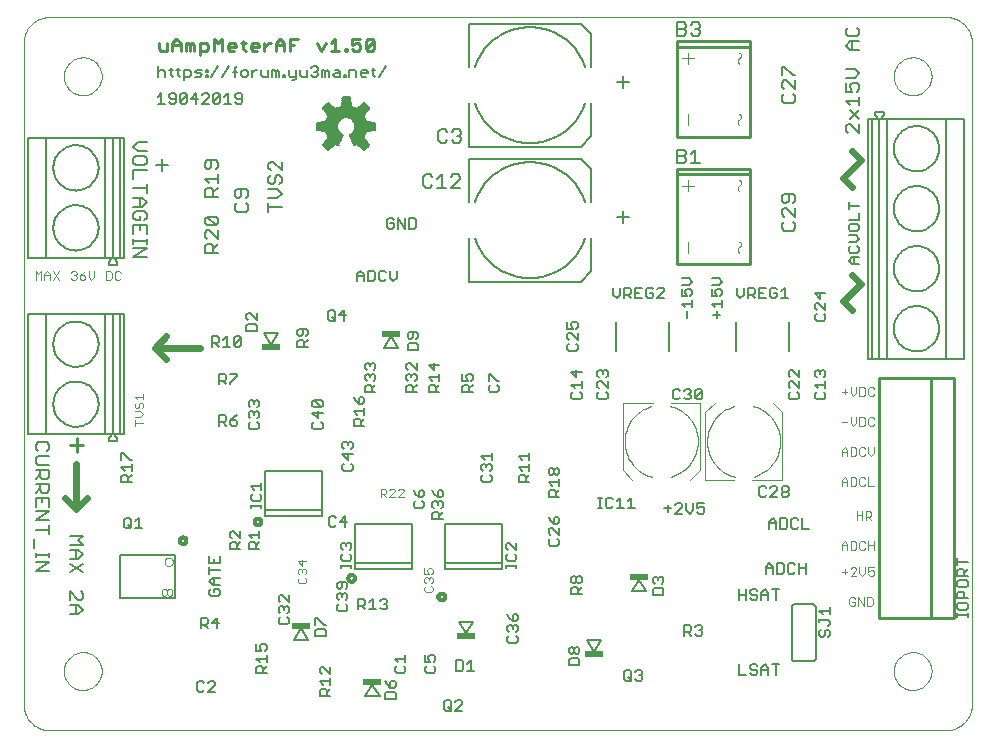
<source format=gto>
G75*
G70*
%OFA0B0*%
%FSLAX24Y24*%
%IPPOS*%
%LPD*%
%AMOC8*
5,1,8,0,0,1.08239X$1,22.5*
%
%ADD10C,0.0000*%
%ADD11C,0.0090*%
%ADD12C,0.0050*%
%ADD13C,0.0120*%
%ADD14C,0.0080*%
%ADD15C,0.0240*%
%ADD16C,0.0060*%
%ADD17C,0.0040*%
%ADD18C,0.0100*%
%ADD19C,0.0059*%
%ADD20C,0.0020*%
%ADD21R,0.0620X0.0240*%
D10*
X003736Y007660D02*
X033762Y007660D01*
X033763Y007660D02*
X033820Y007666D01*
X033877Y007676D01*
X033933Y007690D01*
X033988Y007708D01*
X034042Y007729D01*
X034094Y007754D01*
X034144Y007783D01*
X034192Y007815D01*
X034238Y007850D01*
X034282Y007888D01*
X034322Y007928D01*
X034360Y007972D01*
X034395Y008018D01*
X034427Y008066D01*
X034456Y008116D01*
X034481Y008168D01*
X034502Y008222D01*
X034520Y008277D01*
X034534Y008333D01*
X034544Y008390D01*
X034550Y008447D01*
X034550Y030637D01*
X034550Y030638D02*
X034544Y030695D01*
X034534Y030752D01*
X034520Y030808D01*
X034502Y030863D01*
X034481Y030917D01*
X034456Y030969D01*
X034427Y031019D01*
X034395Y031067D01*
X034360Y031113D01*
X034322Y031157D01*
X034282Y031197D01*
X034238Y031235D01*
X034192Y031270D01*
X034144Y031302D01*
X034094Y031331D01*
X034042Y031356D01*
X033988Y031377D01*
X033933Y031395D01*
X033877Y031409D01*
X033820Y031419D01*
X033763Y031425D01*
X033762Y031425D02*
X003736Y031425D01*
X003679Y031419D01*
X003622Y031409D01*
X003566Y031395D01*
X003511Y031377D01*
X003457Y031356D01*
X003405Y031331D01*
X003355Y031302D01*
X003307Y031270D01*
X003261Y031235D01*
X003217Y031197D01*
X003177Y031157D01*
X003139Y031113D01*
X003104Y031067D01*
X003072Y031019D01*
X003043Y030969D01*
X003018Y030917D01*
X002997Y030863D01*
X002979Y030808D01*
X002965Y030752D01*
X002955Y030695D01*
X002949Y030638D01*
X002949Y030637D02*
X002949Y008447D01*
X002955Y008390D01*
X002965Y008333D01*
X002979Y008277D01*
X002997Y008222D01*
X003018Y008168D01*
X003043Y008116D01*
X003072Y008066D01*
X003104Y008018D01*
X003139Y007972D01*
X003177Y007928D01*
X003217Y007888D01*
X003261Y007850D01*
X003307Y007815D01*
X003355Y007783D01*
X003405Y007754D01*
X003457Y007729D01*
X003511Y007708D01*
X003566Y007690D01*
X003622Y007676D01*
X003679Y007666D01*
X003736Y007660D01*
X004287Y009629D02*
X004289Y009679D01*
X004295Y009729D01*
X004305Y009778D01*
X004319Y009826D01*
X004336Y009873D01*
X004357Y009918D01*
X004382Y009962D01*
X004410Y010003D01*
X004442Y010042D01*
X004476Y010079D01*
X004513Y010113D01*
X004553Y010143D01*
X004595Y010170D01*
X004639Y010194D01*
X004685Y010215D01*
X004732Y010231D01*
X004780Y010244D01*
X004830Y010253D01*
X004879Y010258D01*
X004930Y010259D01*
X004980Y010256D01*
X005029Y010249D01*
X005078Y010238D01*
X005126Y010223D01*
X005172Y010205D01*
X005217Y010183D01*
X005260Y010157D01*
X005301Y010128D01*
X005340Y010096D01*
X005376Y010061D01*
X005408Y010023D01*
X005438Y009983D01*
X005465Y009940D01*
X005488Y009896D01*
X005507Y009850D01*
X005523Y009802D01*
X005535Y009753D01*
X005543Y009704D01*
X005547Y009654D01*
X005547Y009604D01*
X005543Y009554D01*
X005535Y009505D01*
X005523Y009456D01*
X005507Y009408D01*
X005488Y009362D01*
X005465Y009318D01*
X005438Y009275D01*
X005408Y009235D01*
X005376Y009197D01*
X005340Y009162D01*
X005301Y009130D01*
X005260Y009101D01*
X005217Y009075D01*
X005172Y009053D01*
X005126Y009035D01*
X005078Y009020D01*
X005029Y009009D01*
X004980Y009002D01*
X004930Y008999D01*
X004879Y009000D01*
X004830Y009005D01*
X004780Y009014D01*
X004732Y009027D01*
X004685Y009043D01*
X004639Y009064D01*
X004595Y009088D01*
X004553Y009115D01*
X004513Y009145D01*
X004476Y009179D01*
X004442Y009216D01*
X004410Y009255D01*
X004382Y009296D01*
X004357Y009340D01*
X004336Y009385D01*
X004319Y009432D01*
X004305Y009480D01*
X004295Y009529D01*
X004289Y009579D01*
X004287Y009629D01*
X004287Y029456D02*
X004289Y029506D01*
X004295Y029556D01*
X004305Y029605D01*
X004319Y029653D01*
X004336Y029700D01*
X004357Y029745D01*
X004382Y029789D01*
X004410Y029830D01*
X004442Y029869D01*
X004476Y029906D01*
X004513Y029940D01*
X004553Y029970D01*
X004595Y029997D01*
X004639Y030021D01*
X004685Y030042D01*
X004732Y030058D01*
X004780Y030071D01*
X004830Y030080D01*
X004879Y030085D01*
X004930Y030086D01*
X004980Y030083D01*
X005029Y030076D01*
X005078Y030065D01*
X005126Y030050D01*
X005172Y030032D01*
X005217Y030010D01*
X005260Y029984D01*
X005301Y029955D01*
X005340Y029923D01*
X005376Y029888D01*
X005408Y029850D01*
X005438Y029810D01*
X005465Y029767D01*
X005488Y029723D01*
X005507Y029677D01*
X005523Y029629D01*
X005535Y029580D01*
X005543Y029531D01*
X005547Y029481D01*
X005547Y029431D01*
X005543Y029381D01*
X005535Y029332D01*
X005523Y029283D01*
X005507Y029235D01*
X005488Y029189D01*
X005465Y029145D01*
X005438Y029102D01*
X005408Y029062D01*
X005376Y029024D01*
X005340Y028989D01*
X005301Y028957D01*
X005260Y028928D01*
X005217Y028902D01*
X005172Y028880D01*
X005126Y028862D01*
X005078Y028847D01*
X005029Y028836D01*
X004980Y028829D01*
X004930Y028826D01*
X004879Y028827D01*
X004830Y028832D01*
X004780Y028841D01*
X004732Y028854D01*
X004685Y028870D01*
X004639Y028891D01*
X004595Y028915D01*
X004553Y028942D01*
X004513Y028972D01*
X004476Y029006D01*
X004442Y029043D01*
X004410Y029082D01*
X004382Y029123D01*
X004357Y029167D01*
X004336Y029212D01*
X004319Y029259D01*
X004305Y029307D01*
X004295Y029356D01*
X004289Y029406D01*
X004287Y029456D01*
X031951Y029456D02*
X031953Y029506D01*
X031959Y029556D01*
X031969Y029605D01*
X031983Y029653D01*
X032000Y029700D01*
X032021Y029745D01*
X032046Y029789D01*
X032074Y029830D01*
X032106Y029869D01*
X032140Y029906D01*
X032177Y029940D01*
X032217Y029970D01*
X032259Y029997D01*
X032303Y030021D01*
X032349Y030042D01*
X032396Y030058D01*
X032444Y030071D01*
X032494Y030080D01*
X032543Y030085D01*
X032594Y030086D01*
X032644Y030083D01*
X032693Y030076D01*
X032742Y030065D01*
X032790Y030050D01*
X032836Y030032D01*
X032881Y030010D01*
X032924Y029984D01*
X032965Y029955D01*
X033004Y029923D01*
X033040Y029888D01*
X033072Y029850D01*
X033102Y029810D01*
X033129Y029767D01*
X033152Y029723D01*
X033171Y029677D01*
X033187Y029629D01*
X033199Y029580D01*
X033207Y029531D01*
X033211Y029481D01*
X033211Y029431D01*
X033207Y029381D01*
X033199Y029332D01*
X033187Y029283D01*
X033171Y029235D01*
X033152Y029189D01*
X033129Y029145D01*
X033102Y029102D01*
X033072Y029062D01*
X033040Y029024D01*
X033004Y028989D01*
X032965Y028957D01*
X032924Y028928D01*
X032881Y028902D01*
X032836Y028880D01*
X032790Y028862D01*
X032742Y028847D01*
X032693Y028836D01*
X032644Y028829D01*
X032594Y028826D01*
X032543Y028827D01*
X032494Y028832D01*
X032444Y028841D01*
X032396Y028854D01*
X032349Y028870D01*
X032303Y028891D01*
X032259Y028915D01*
X032217Y028942D01*
X032177Y028972D01*
X032140Y029006D01*
X032106Y029043D01*
X032074Y029082D01*
X032046Y029123D01*
X032021Y029167D01*
X032000Y029212D01*
X031983Y029259D01*
X031969Y029307D01*
X031959Y029356D01*
X031953Y029406D01*
X031951Y029456D01*
X031951Y009629D02*
X031953Y009679D01*
X031959Y009729D01*
X031969Y009778D01*
X031983Y009826D01*
X032000Y009873D01*
X032021Y009918D01*
X032046Y009962D01*
X032074Y010003D01*
X032106Y010042D01*
X032140Y010079D01*
X032177Y010113D01*
X032217Y010143D01*
X032259Y010170D01*
X032303Y010194D01*
X032349Y010215D01*
X032396Y010231D01*
X032444Y010244D01*
X032494Y010253D01*
X032543Y010258D01*
X032594Y010259D01*
X032644Y010256D01*
X032693Y010249D01*
X032742Y010238D01*
X032790Y010223D01*
X032836Y010205D01*
X032881Y010183D01*
X032924Y010157D01*
X032965Y010128D01*
X033004Y010096D01*
X033040Y010061D01*
X033072Y010023D01*
X033102Y009983D01*
X033129Y009940D01*
X033152Y009896D01*
X033171Y009850D01*
X033187Y009802D01*
X033199Y009753D01*
X033207Y009704D01*
X033211Y009654D01*
X033211Y009604D01*
X033207Y009554D01*
X033199Y009505D01*
X033187Y009456D01*
X033171Y009408D01*
X033152Y009362D01*
X033129Y009318D01*
X033102Y009275D01*
X033072Y009235D01*
X033040Y009197D01*
X033004Y009162D01*
X032965Y009130D01*
X032924Y009101D01*
X032881Y009075D01*
X032836Y009053D01*
X032790Y009035D01*
X032742Y009020D01*
X032693Y009009D01*
X032644Y009002D01*
X032594Y008999D01*
X032543Y009000D01*
X032494Y009005D01*
X032444Y009014D01*
X032396Y009027D01*
X032349Y009043D01*
X032303Y009064D01*
X032259Y009088D01*
X032217Y009115D01*
X032177Y009145D01*
X032140Y009179D01*
X032106Y009216D01*
X032074Y009255D01*
X032046Y009296D01*
X032021Y009340D01*
X032000Y009385D01*
X031983Y009432D01*
X031969Y009480D01*
X031959Y009529D01*
X031953Y009579D01*
X031951Y009629D01*
D11*
X014555Y030305D02*
X014418Y030305D01*
X014349Y030373D01*
X014623Y030647D01*
X014623Y030373D01*
X014555Y030305D01*
X014349Y030373D02*
X014349Y030647D01*
X014418Y030715D01*
X014555Y030715D01*
X014623Y030647D01*
X014163Y030715D02*
X013889Y030715D01*
X013889Y030510D01*
X014026Y030579D01*
X014094Y030579D01*
X014163Y030510D01*
X014163Y030373D01*
X014094Y030305D01*
X013957Y030305D01*
X013889Y030373D01*
X013727Y030373D02*
X013727Y030305D01*
X013659Y030305D01*
X013659Y030373D01*
X013727Y030373D01*
X013472Y030305D02*
X013198Y030305D01*
X013335Y030305D02*
X013335Y030715D01*
X013198Y030579D01*
X013012Y030579D02*
X012875Y030305D01*
X012738Y030579D01*
X012091Y030715D02*
X011817Y030715D01*
X011817Y030305D01*
X011630Y030305D02*
X011630Y030579D01*
X011494Y030715D01*
X011357Y030579D01*
X011357Y030305D01*
X011357Y030510D02*
X011630Y030510D01*
X011817Y030510D02*
X011954Y030510D01*
X011178Y030579D02*
X011110Y030579D01*
X010973Y030442D01*
X010973Y030305D02*
X010973Y030579D01*
X010786Y030510D02*
X010786Y030442D01*
X010513Y030442D01*
X010513Y030510D02*
X010581Y030579D01*
X010718Y030579D01*
X010786Y030510D01*
X010718Y030305D02*
X010581Y030305D01*
X010513Y030373D01*
X010513Y030510D01*
X010343Y030579D02*
X010206Y030579D01*
X010274Y030647D02*
X010274Y030373D01*
X010343Y030305D01*
X010019Y030442D02*
X009745Y030442D01*
X009745Y030510D02*
X009814Y030579D01*
X009951Y030579D01*
X010019Y030510D01*
X010019Y030442D01*
X009951Y030305D02*
X009814Y030305D01*
X009745Y030373D01*
X009745Y030510D01*
X009559Y030715D02*
X009559Y030305D01*
X009285Y030305D02*
X009285Y030715D01*
X009422Y030579D01*
X009559Y030715D01*
X009098Y030510D02*
X009098Y030373D01*
X009030Y030305D01*
X008825Y030305D01*
X008825Y030168D02*
X008825Y030579D01*
X009030Y030579D01*
X009098Y030510D01*
X008638Y030510D02*
X008638Y030305D01*
X008501Y030305D02*
X008501Y030510D01*
X008569Y030579D01*
X008638Y030510D01*
X008501Y030510D02*
X008433Y030579D01*
X008364Y030579D01*
X008364Y030305D01*
X008177Y030305D02*
X008177Y030579D01*
X008041Y030715D01*
X007904Y030579D01*
X007904Y030305D01*
X007717Y030305D02*
X007717Y030579D01*
X007904Y030510D02*
X008177Y030510D01*
X007717Y030305D02*
X007512Y030305D01*
X007444Y030373D01*
X007444Y030579D01*
X004717Y017389D02*
X004717Y016942D01*
X004494Y017165D02*
X004941Y017165D01*
D12*
X006198Y016905D02*
X006198Y016672D01*
X006198Y016905D02*
X006257Y016905D01*
X006490Y016672D01*
X006549Y016672D01*
X006549Y016537D02*
X006549Y016303D01*
X006549Y016420D02*
X006198Y016420D01*
X006315Y016303D01*
X006373Y016169D02*
X006432Y016110D01*
X006432Y015935D01*
X006549Y015935D02*
X006198Y015935D01*
X006198Y016110D01*
X006257Y016169D01*
X006373Y016169D01*
X006432Y016052D02*
X006549Y016169D01*
X006474Y014735D02*
X006532Y014677D01*
X006532Y014443D01*
X006474Y014385D01*
X006357Y014385D01*
X006299Y014443D01*
X006299Y014677D01*
X006357Y014735D01*
X006474Y014735D01*
X006667Y014619D02*
X006784Y014735D01*
X006784Y014385D01*
X006900Y014385D02*
X006667Y014385D01*
X006532Y014385D02*
X006415Y014502D01*
X006144Y013495D02*
X006144Y012075D01*
X008004Y012075D01*
X008004Y013495D01*
X006144Y013495D01*
X008849Y011410D02*
X008849Y011060D01*
X008849Y011177D02*
X009024Y011177D01*
X009082Y011235D01*
X009082Y011352D01*
X009024Y011410D01*
X008849Y011410D01*
X008965Y011177D02*
X009082Y011060D01*
X009217Y011235D02*
X009450Y011235D01*
X009392Y011060D02*
X009392Y011410D01*
X009217Y011235D01*
X009192Y012140D02*
X009425Y012140D01*
X009484Y012198D01*
X009484Y012315D01*
X009425Y012373D01*
X009308Y012373D01*
X009308Y012256D01*
X009192Y012140D02*
X009133Y012198D01*
X009133Y012315D01*
X009192Y012373D01*
X009250Y012508D02*
X009133Y012625D01*
X009250Y012742D01*
X009484Y012742D01*
X009308Y012742D02*
X009308Y012508D01*
X009250Y012508D02*
X009484Y012508D01*
X009484Y012993D02*
X009133Y012993D01*
X009133Y012876D02*
X009133Y013110D01*
X009133Y013245D02*
X009484Y013245D01*
X009484Y013478D01*
X009308Y013361D02*
X009308Y013245D01*
X009133Y013245D02*
X009133Y013478D01*
X009823Y013685D02*
X009823Y013860D01*
X009882Y013919D01*
X009998Y013919D01*
X010057Y013860D01*
X010057Y013685D01*
X010174Y013685D02*
X009823Y013685D01*
X010057Y013802D02*
X010174Y013919D01*
X010174Y014053D02*
X009940Y014287D01*
X009882Y014287D01*
X009823Y014228D01*
X009823Y014112D01*
X009882Y014053D01*
X010174Y014053D02*
X010174Y014287D01*
X010448Y014170D02*
X010799Y014170D01*
X010799Y014053D02*
X010799Y014287D01*
X010565Y014053D02*
X010448Y014170D01*
X010507Y013919D02*
X010623Y013919D01*
X010682Y013860D01*
X010682Y013685D01*
X010799Y013685D02*
X010448Y013685D01*
X010448Y013860D01*
X010507Y013919D01*
X010682Y013802D02*
X010799Y013919D01*
X010874Y015060D02*
X010874Y015177D01*
X010874Y015118D02*
X010523Y015118D01*
X010523Y015060D02*
X010523Y015177D01*
X010582Y015306D02*
X010815Y015306D01*
X010874Y015364D01*
X010874Y015481D01*
X010815Y015539D01*
X010874Y015674D02*
X010874Y015907D01*
X010874Y015791D02*
X010523Y015791D01*
X010640Y015674D01*
X010582Y015539D02*
X010523Y015481D01*
X010523Y015364D01*
X010582Y015306D01*
X010507Y017685D02*
X010740Y017685D01*
X010799Y017743D01*
X010799Y017860D01*
X010740Y017919D01*
X010740Y018053D02*
X010799Y018112D01*
X010799Y018228D01*
X010740Y018287D01*
X010682Y018287D01*
X010623Y018228D01*
X010623Y018170D01*
X010623Y018228D02*
X010565Y018287D01*
X010507Y018287D01*
X010448Y018228D01*
X010448Y018112D01*
X010507Y018053D01*
X010507Y017919D02*
X010448Y017860D01*
X010448Y017743D01*
X010507Y017685D01*
X010075Y017868D02*
X010075Y017927D01*
X010017Y017985D01*
X009842Y017985D01*
X009842Y017868D01*
X009900Y017810D01*
X010017Y017810D01*
X010075Y017868D01*
X009842Y017985D02*
X009959Y018102D01*
X010075Y018160D01*
X009707Y018102D02*
X009707Y017985D01*
X009649Y017927D01*
X009474Y017927D01*
X009590Y017927D02*
X009707Y017810D01*
X009474Y017810D02*
X009474Y018160D01*
X009649Y018160D01*
X009707Y018102D01*
X010448Y018480D02*
X010448Y018597D01*
X010507Y018655D01*
X010565Y018655D01*
X010623Y018597D01*
X010682Y018655D01*
X010740Y018655D01*
X010799Y018597D01*
X010799Y018480D01*
X010740Y018422D01*
X010623Y018538D02*
X010623Y018597D01*
X010507Y018422D02*
X010448Y018480D01*
X009842Y019185D02*
X009842Y019243D01*
X010075Y019477D01*
X010075Y019535D01*
X009842Y019535D01*
X009707Y019477D02*
X009707Y019360D01*
X009649Y019302D01*
X009474Y019302D01*
X009590Y019302D02*
X009707Y019185D01*
X009474Y019185D02*
X009474Y019535D01*
X009649Y019535D01*
X009707Y019477D01*
X009709Y020435D02*
X009709Y020785D01*
X009592Y020669D01*
X009457Y020727D02*
X009457Y020610D01*
X009399Y020552D01*
X009224Y020552D01*
X009340Y020552D02*
X009457Y020435D01*
X009592Y020435D02*
X009825Y020435D01*
X009960Y020493D02*
X010194Y020727D01*
X010194Y020493D01*
X010135Y020435D01*
X010019Y020435D01*
X009960Y020493D01*
X009960Y020727D01*
X010019Y020785D01*
X010135Y020785D01*
X010194Y020727D01*
X010373Y020960D02*
X010373Y021135D01*
X010432Y021194D01*
X010665Y021194D01*
X010724Y021135D01*
X010724Y020960D01*
X010373Y020960D01*
X010432Y021328D02*
X010373Y021387D01*
X010373Y021503D01*
X010432Y021562D01*
X010490Y021562D01*
X010724Y021328D01*
X010724Y021562D01*
X012073Y020978D02*
X012073Y020862D01*
X012132Y020803D01*
X012190Y020803D01*
X012248Y020862D01*
X012248Y021037D01*
X012132Y021037D02*
X012073Y020978D01*
X012132Y021037D02*
X012365Y021037D01*
X012424Y020978D01*
X012424Y020862D01*
X012365Y020803D01*
X012424Y020669D02*
X012307Y020552D01*
X012307Y020610D02*
X012307Y020435D01*
X012424Y020435D02*
X012073Y020435D01*
X012073Y020610D01*
X012132Y020669D01*
X012248Y020669D01*
X012307Y020610D01*
X013099Y021368D02*
X013157Y021310D01*
X013274Y021310D01*
X013332Y021368D01*
X013332Y021602D01*
X013274Y021660D01*
X013157Y021660D01*
X013099Y021602D01*
X013099Y021368D01*
X013215Y021427D02*
X013332Y021310D01*
X013467Y021485D02*
X013700Y021485D01*
X013642Y021310D02*
X013642Y021660D01*
X013467Y021485D01*
X014053Y022625D02*
X014053Y022859D01*
X014170Y022975D01*
X014287Y022859D01*
X014287Y022625D01*
X014422Y022625D02*
X014597Y022625D01*
X014655Y022683D01*
X014655Y022917D01*
X014597Y022975D01*
X014422Y022975D01*
X014422Y022625D01*
X014287Y022800D02*
X014053Y022800D01*
X014790Y022683D02*
X014848Y022625D01*
X014965Y022625D01*
X015023Y022683D01*
X015158Y022742D02*
X015275Y022625D01*
X015392Y022742D01*
X015392Y022975D01*
X015158Y022975D02*
X015158Y022742D01*
X015023Y022917D02*
X014965Y022975D01*
X014848Y022975D01*
X014790Y022917D01*
X014790Y022683D01*
X015112Y024375D02*
X015228Y024375D01*
X015287Y024433D01*
X015287Y024550D01*
X015170Y024550D01*
X015053Y024433D02*
X015112Y024375D01*
X015053Y024433D02*
X015053Y024667D01*
X015112Y024725D01*
X015228Y024725D01*
X015287Y024667D01*
X015422Y024725D02*
X015655Y024375D01*
X015655Y024725D01*
X015790Y024725D02*
X015965Y024725D01*
X016023Y024667D01*
X016023Y024433D01*
X015965Y024375D01*
X015790Y024375D01*
X015790Y024725D01*
X015422Y024725D02*
X015422Y024375D01*
X015807Y020937D02*
X015748Y020878D01*
X015748Y020762D01*
X015807Y020703D01*
X015865Y020703D01*
X015923Y020762D01*
X015923Y020937D01*
X015807Y020937D02*
X016040Y020937D01*
X016099Y020878D01*
X016099Y020762D01*
X016040Y020703D01*
X016040Y020569D02*
X015807Y020569D01*
X015748Y020510D01*
X015748Y020335D01*
X016099Y020335D01*
X016099Y020510D01*
X016040Y020569D01*
X016049Y019905D02*
X016049Y019672D01*
X015815Y019905D01*
X015757Y019905D01*
X015698Y019847D01*
X015698Y019730D01*
X015757Y019672D01*
X015757Y019537D02*
X015815Y019537D01*
X015873Y019478D01*
X015932Y019537D01*
X015990Y019537D01*
X016049Y019478D01*
X016049Y019362D01*
X015990Y019303D01*
X016049Y019169D02*
X015932Y019052D01*
X015932Y019110D02*
X015932Y018935D01*
X016049Y018935D02*
X015698Y018935D01*
X015698Y019110D01*
X015757Y019169D01*
X015873Y019169D01*
X015932Y019110D01*
X015757Y019303D02*
X015698Y019362D01*
X015698Y019478D01*
X015757Y019537D01*
X015873Y019478D02*
X015873Y019420D01*
X016448Y019420D02*
X016799Y019420D01*
X016799Y019303D02*
X016799Y019537D01*
X016623Y019672D02*
X016623Y019905D01*
X016448Y019847D02*
X016623Y019672D01*
X016448Y019847D02*
X016799Y019847D01*
X016448Y019420D02*
X016565Y019303D01*
X016623Y019169D02*
X016682Y019110D01*
X016682Y018935D01*
X016799Y018935D02*
X016448Y018935D01*
X016448Y019110D01*
X016507Y019169D01*
X016623Y019169D01*
X016682Y019052D02*
X016799Y019169D01*
X017573Y019110D02*
X017573Y018935D01*
X017924Y018935D01*
X017807Y018935D02*
X017807Y019110D01*
X017748Y019169D01*
X017632Y019169D01*
X017573Y019110D01*
X017573Y019303D02*
X017748Y019303D01*
X017690Y019420D01*
X017690Y019478D01*
X017748Y019537D01*
X017865Y019537D01*
X017924Y019478D01*
X017924Y019362D01*
X017865Y019303D01*
X017924Y019169D02*
X017807Y019052D01*
X017573Y019303D02*
X017573Y019537D01*
X018448Y019537D02*
X018448Y019303D01*
X018507Y019169D02*
X018448Y019110D01*
X018448Y018993D01*
X018507Y018935D01*
X018740Y018935D01*
X018799Y018993D01*
X018799Y019110D01*
X018740Y019169D01*
X018740Y019303D02*
X018799Y019303D01*
X018740Y019303D02*
X018507Y019537D01*
X018448Y019537D01*
X018549Y016905D02*
X018549Y016672D01*
X018549Y016788D02*
X018198Y016788D01*
X018315Y016672D01*
X018315Y016537D02*
X018373Y016478D01*
X018432Y016537D01*
X018490Y016537D01*
X018549Y016478D01*
X018549Y016362D01*
X018490Y016303D01*
X018490Y016169D02*
X018549Y016110D01*
X018549Y015993D01*
X018490Y015935D01*
X018257Y015935D01*
X018198Y015993D01*
X018198Y016110D01*
X018257Y016169D01*
X018257Y016303D02*
X018198Y016362D01*
X018198Y016478D01*
X018257Y016537D01*
X018315Y016537D01*
X018373Y016478D02*
X018373Y016420D01*
X019448Y016420D02*
X019799Y016420D01*
X019799Y016303D02*
X019799Y016537D01*
X019799Y016672D02*
X019799Y016905D01*
X019799Y016788D02*
X019448Y016788D01*
X019565Y016672D01*
X019448Y016420D02*
X019565Y016303D01*
X019507Y016169D02*
X019623Y016169D01*
X019682Y016110D01*
X019682Y015935D01*
X019799Y015935D02*
X019448Y015935D01*
X019448Y016110D01*
X019507Y016169D01*
X019682Y016052D02*
X019799Y016169D01*
X020448Y016230D02*
X020448Y016347D01*
X020507Y016405D01*
X020565Y016405D01*
X020623Y016347D01*
X020623Y016230D01*
X020565Y016172D01*
X020507Y016172D01*
X020448Y016230D01*
X020623Y016230D02*
X020682Y016172D01*
X020740Y016172D01*
X020799Y016230D01*
X020799Y016347D01*
X020740Y016405D01*
X020682Y016405D01*
X020623Y016347D01*
X020799Y016037D02*
X020799Y015803D01*
X020799Y015920D02*
X020448Y015920D01*
X020565Y015803D01*
X020623Y015669D02*
X020682Y015610D01*
X020682Y015435D01*
X020799Y015435D02*
X020448Y015435D01*
X020448Y015610D01*
X020507Y015669D01*
X020623Y015669D01*
X020682Y015552D02*
X020799Y015669D01*
X020740Y014780D02*
X020682Y014780D01*
X020623Y014722D01*
X020623Y014547D01*
X020740Y014547D01*
X020799Y014605D01*
X020799Y014722D01*
X020740Y014780D01*
X020507Y014663D02*
X020623Y014547D01*
X020565Y014412D02*
X020507Y014412D01*
X020448Y014353D01*
X020448Y014237D01*
X020507Y014178D01*
X020507Y014044D02*
X020448Y013985D01*
X020448Y013868D01*
X020507Y013810D01*
X020740Y013810D01*
X020799Y013868D01*
X020799Y013985D01*
X020740Y014044D01*
X020799Y014178D02*
X020565Y014412D01*
X020799Y014412D02*
X020799Y014178D01*
X020507Y014663D02*
X020448Y014780D01*
X019374Y013907D02*
X019374Y013674D01*
X019140Y013907D01*
X019082Y013907D01*
X019023Y013849D01*
X019023Y013732D01*
X019082Y013674D01*
X019082Y013539D02*
X019023Y013481D01*
X019023Y013364D01*
X019082Y013306D01*
X019315Y013306D01*
X019374Y013364D01*
X019374Y013481D01*
X019315Y013539D01*
X019374Y013177D02*
X019374Y013060D01*
X019374Y013118D02*
X019023Y013118D01*
X019023Y013060D02*
X019023Y013177D01*
X019073Y011530D02*
X019132Y011413D01*
X019248Y011297D01*
X019248Y011472D01*
X019307Y011530D01*
X019365Y011530D01*
X019424Y011472D01*
X019424Y011355D01*
X019365Y011297D01*
X019248Y011297D01*
X019190Y011162D02*
X019248Y011103D01*
X019307Y011162D01*
X019365Y011162D01*
X019424Y011103D01*
X019424Y010987D01*
X019365Y010928D01*
X019365Y010794D02*
X019424Y010735D01*
X019424Y010618D01*
X019365Y010560D01*
X019132Y010560D01*
X019073Y010618D01*
X019073Y010735D01*
X019132Y010794D01*
X019132Y010928D02*
X019073Y010987D01*
X019073Y011103D01*
X019132Y011162D01*
X019190Y011162D01*
X019248Y011103D02*
X019248Y011045D01*
X017859Y009985D02*
X017859Y009635D01*
X017975Y009635D02*
X017742Y009635D01*
X017607Y009693D02*
X017607Y009927D01*
X017549Y009985D01*
X017374Y009985D01*
X017374Y009635D01*
X017549Y009635D01*
X017607Y009693D01*
X017742Y009869D02*
X017859Y009985D01*
X016674Y009987D02*
X016615Y009928D01*
X016674Y009987D02*
X016674Y010103D01*
X016615Y010162D01*
X016498Y010162D01*
X016440Y010103D01*
X016440Y010045D01*
X016498Y009928D01*
X016323Y009928D01*
X016323Y010162D01*
X016382Y009794D02*
X016323Y009735D01*
X016323Y009618D01*
X016382Y009560D01*
X016615Y009560D01*
X016674Y009618D01*
X016674Y009735D01*
X016615Y009794D01*
X015674Y009735D02*
X015615Y009794D01*
X015674Y009735D02*
X015674Y009618D01*
X015615Y009560D01*
X015382Y009560D01*
X015323Y009618D01*
X015323Y009735D01*
X015382Y009794D01*
X015440Y009928D02*
X015323Y010045D01*
X015674Y010045D01*
X015674Y009928D02*
X015674Y010162D01*
X015290Y009312D02*
X015232Y009312D01*
X015173Y009253D01*
X015173Y009078D01*
X015290Y009078D01*
X015349Y009137D01*
X015349Y009253D01*
X015290Y009312D01*
X015057Y009195D02*
X015173Y009078D01*
X015057Y009195D02*
X014998Y009312D01*
X015057Y008944D02*
X014998Y008885D01*
X014998Y008710D01*
X015349Y008710D01*
X015349Y008885D01*
X015290Y008944D01*
X015057Y008944D01*
X013174Y009044D02*
X013057Y008927D01*
X013057Y008985D02*
X013057Y008810D01*
X013174Y008810D02*
X012823Y008810D01*
X012823Y008985D01*
X012882Y009044D01*
X012998Y009044D01*
X013057Y008985D01*
X013174Y009178D02*
X013174Y009412D01*
X013174Y009295D02*
X012823Y009295D01*
X012940Y009178D01*
X012882Y009547D02*
X012823Y009605D01*
X012823Y009722D01*
X012882Y009780D01*
X012940Y009780D01*
X013174Y009547D01*
X013174Y009780D01*
X013024Y010798D02*
X012673Y010798D01*
X012673Y010974D01*
X012732Y011032D01*
X012965Y011032D01*
X013024Y010974D01*
X013024Y010798D01*
X013024Y011167D02*
X012965Y011167D01*
X012732Y011400D01*
X012673Y011400D01*
X012673Y011167D01*
X011799Y011243D02*
X011799Y011360D01*
X011740Y011419D01*
X011740Y011553D02*
X011799Y011612D01*
X011799Y011728D01*
X011740Y011787D01*
X011682Y011787D01*
X011623Y011728D01*
X011623Y011670D01*
X011623Y011728D02*
X011565Y011787D01*
X011507Y011787D01*
X011448Y011728D01*
X011448Y011612D01*
X011507Y011553D01*
X011507Y011419D02*
X011448Y011360D01*
X011448Y011243D01*
X011507Y011185D01*
X011740Y011185D01*
X011799Y011243D01*
X011799Y011922D02*
X011565Y012155D01*
X011507Y012155D01*
X011448Y012097D01*
X011448Y011980D01*
X011507Y011922D01*
X011799Y011922D02*
X011799Y012155D01*
X010990Y010530D02*
X011049Y010472D01*
X011049Y010355D01*
X010990Y010297D01*
X010873Y010297D02*
X010815Y010413D01*
X010815Y010472D01*
X010873Y010530D01*
X010990Y010530D01*
X010873Y010297D02*
X010698Y010297D01*
X010698Y010530D01*
X010698Y010045D02*
X011049Y010045D01*
X011049Y009928D02*
X011049Y010162D01*
X010815Y009928D02*
X010698Y010045D01*
X010757Y009794D02*
X010873Y009794D01*
X010932Y009735D01*
X010932Y009560D01*
X011049Y009560D02*
X010698Y009560D01*
X010698Y009735D01*
X010757Y009794D01*
X010932Y009677D02*
X011049Y009794D01*
X009325Y009227D02*
X009267Y009285D01*
X009150Y009285D01*
X009092Y009227D01*
X008957Y009227D02*
X008899Y009285D01*
X008782Y009285D01*
X008724Y009227D01*
X008724Y008993D01*
X008782Y008935D01*
X008899Y008935D01*
X008957Y008993D01*
X009092Y008935D02*
X009325Y009169D01*
X009325Y009227D01*
X009325Y008935D02*
X009092Y008935D01*
X013386Y011681D02*
X013444Y011623D01*
X013678Y011623D01*
X013736Y011681D01*
X013736Y011798D01*
X013678Y011856D01*
X013678Y011991D02*
X013736Y012049D01*
X013736Y012166D01*
X013678Y012224D01*
X013619Y012224D01*
X013561Y012166D01*
X013561Y012108D01*
X013561Y012166D02*
X013502Y012224D01*
X013444Y012224D01*
X013386Y012166D01*
X013386Y012049D01*
X013444Y011991D01*
X013444Y011856D02*
X013386Y011798D01*
X013386Y011681D01*
X014099Y011685D02*
X014099Y012035D01*
X014274Y012035D01*
X014332Y011977D01*
X014332Y011860D01*
X014274Y011802D01*
X014099Y011802D01*
X014215Y011802D02*
X014332Y011685D01*
X014467Y011685D02*
X014700Y011685D01*
X014584Y011685D02*
X014584Y012035D01*
X014467Y011919D01*
X014835Y011977D02*
X014894Y012035D01*
X015010Y012035D01*
X015069Y011977D01*
X015069Y011919D01*
X015010Y011860D01*
X015069Y011802D01*
X015069Y011743D01*
X015010Y011685D01*
X014894Y011685D01*
X014835Y011743D01*
X014952Y011860D02*
X015010Y011860D01*
X013874Y013060D02*
X013874Y013177D01*
X013874Y013118D02*
X013523Y013118D01*
X013523Y013060D02*
X013523Y013177D01*
X013582Y013306D02*
X013815Y013306D01*
X013874Y013364D01*
X013874Y013481D01*
X013815Y013539D01*
X013815Y013674D02*
X013874Y013732D01*
X013874Y013849D01*
X013815Y013907D01*
X013757Y013907D01*
X013698Y013849D01*
X013698Y013791D01*
X013698Y013849D02*
X013640Y013907D01*
X013582Y013907D01*
X013523Y013849D01*
X013523Y013732D01*
X013582Y013674D01*
X013582Y013539D02*
X013523Y013481D01*
X013523Y013364D01*
X013582Y013306D01*
X013561Y012593D02*
X013561Y012418D01*
X013502Y012359D01*
X013444Y012359D01*
X013386Y012418D01*
X013386Y012534D01*
X013444Y012593D01*
X013678Y012593D01*
X013736Y012534D01*
X013736Y012418D01*
X013678Y012359D01*
X013673Y014435D02*
X013673Y014785D01*
X013498Y014610D01*
X013732Y014610D01*
X013363Y014493D02*
X013305Y014435D01*
X013188Y014435D01*
X013130Y014493D01*
X013130Y014727D01*
X013188Y014785D01*
X013305Y014785D01*
X013363Y014727D01*
X013632Y016310D02*
X013865Y016310D01*
X013924Y016368D01*
X013924Y016485D01*
X013865Y016544D01*
X013748Y016678D02*
X013748Y016912D01*
X013632Y017047D02*
X013573Y017105D01*
X013573Y017222D01*
X013632Y017280D01*
X013690Y017280D01*
X013748Y017222D01*
X013807Y017280D01*
X013865Y017280D01*
X013924Y017222D01*
X013924Y017105D01*
X013865Y017047D01*
X013748Y017163D02*
X013748Y017222D01*
X013573Y016853D02*
X013748Y016678D01*
X013632Y016544D02*
X013573Y016485D01*
X013573Y016368D01*
X013632Y016310D01*
X013573Y016853D02*
X013924Y016853D01*
X013948Y017810D02*
X013948Y017985D01*
X014007Y018044D01*
X014123Y018044D01*
X014182Y017985D01*
X014182Y017810D01*
X014299Y017810D02*
X013948Y017810D01*
X014182Y017927D02*
X014299Y018044D01*
X014299Y018178D02*
X014299Y018412D01*
X014299Y018295D02*
X013948Y018295D01*
X014065Y018178D01*
X014123Y018547D02*
X014123Y018722D01*
X014182Y018780D01*
X014240Y018780D01*
X014299Y018722D01*
X014299Y018605D01*
X014240Y018547D01*
X014123Y018547D01*
X014007Y018663D01*
X013948Y018780D01*
X014323Y018935D02*
X014323Y019110D01*
X014382Y019169D01*
X014498Y019169D01*
X014557Y019110D01*
X014557Y018935D01*
X014674Y018935D02*
X014323Y018935D01*
X014557Y019052D02*
X014674Y019169D01*
X014615Y019303D02*
X014674Y019362D01*
X014674Y019478D01*
X014615Y019537D01*
X014557Y019537D01*
X014498Y019478D01*
X014498Y019420D01*
X014498Y019478D02*
X014440Y019537D01*
X014382Y019537D01*
X014323Y019478D01*
X014323Y019362D01*
X014382Y019303D01*
X014382Y019672D02*
X014323Y019730D01*
X014323Y019847D01*
X014382Y019905D01*
X014440Y019905D01*
X014498Y019847D01*
X014557Y019905D01*
X014615Y019905D01*
X014674Y019847D01*
X014674Y019730D01*
X014615Y019672D01*
X014498Y019788D02*
X014498Y019847D01*
X012924Y018597D02*
X012924Y018480D01*
X012865Y018422D01*
X012632Y018655D01*
X012865Y018655D01*
X012924Y018597D01*
X012865Y018422D02*
X012632Y018422D01*
X012573Y018480D01*
X012573Y018597D01*
X012632Y018655D01*
X012748Y018287D02*
X012748Y018053D01*
X012573Y018228D01*
X012924Y018228D01*
X012865Y017919D02*
X012924Y017860D01*
X012924Y017743D01*
X012865Y017685D01*
X012632Y017685D01*
X012573Y017743D01*
X012573Y017860D01*
X012632Y017919D01*
X015948Y015662D02*
X016007Y015545D01*
X016123Y015428D01*
X016123Y015603D01*
X016182Y015662D01*
X016240Y015662D01*
X016299Y015603D01*
X016299Y015487D01*
X016240Y015428D01*
X016123Y015428D01*
X016007Y015294D02*
X015948Y015235D01*
X015948Y015118D01*
X016007Y015060D01*
X016240Y015060D01*
X016299Y015118D01*
X016299Y015235D01*
X016240Y015294D01*
X016573Y015228D02*
X016632Y015287D01*
X016690Y015287D01*
X016748Y015228D01*
X016807Y015287D01*
X016865Y015287D01*
X016924Y015228D01*
X016924Y015112D01*
X016865Y015053D01*
X016924Y014919D02*
X016807Y014802D01*
X016807Y014860D02*
X016807Y014685D01*
X016924Y014685D02*
X016573Y014685D01*
X016573Y014860D01*
X016632Y014919D01*
X016748Y014919D01*
X016807Y014860D01*
X016632Y015053D02*
X016573Y015112D01*
X016573Y015228D01*
X016748Y015228D02*
X016748Y015170D01*
X016748Y015422D02*
X016748Y015597D01*
X016807Y015655D01*
X016865Y015655D01*
X016924Y015597D01*
X016924Y015480D01*
X016865Y015422D01*
X016748Y015422D01*
X016632Y015538D01*
X016573Y015655D01*
X021198Y012728D02*
X021198Y012612D01*
X021257Y012553D01*
X021315Y012553D01*
X021373Y012612D01*
X021373Y012728D01*
X021432Y012787D01*
X021490Y012787D01*
X021549Y012728D01*
X021549Y012612D01*
X021490Y012553D01*
X021432Y012553D01*
X021373Y012612D01*
X021373Y012728D02*
X021315Y012787D01*
X021257Y012787D01*
X021198Y012728D01*
X021257Y012419D02*
X021373Y012419D01*
X021432Y012360D01*
X021432Y012185D01*
X021549Y012185D02*
X021198Y012185D01*
X021198Y012360D01*
X021257Y012419D01*
X021432Y012302D02*
X021549Y012419D01*
X021415Y010437D02*
X021474Y010378D01*
X021474Y010262D01*
X021415Y010203D01*
X021357Y010203D01*
X021298Y010262D01*
X021298Y010378D01*
X021357Y010437D01*
X021415Y010437D01*
X021298Y010378D02*
X021240Y010437D01*
X021182Y010437D01*
X021123Y010378D01*
X021123Y010262D01*
X021182Y010203D01*
X021240Y010203D01*
X021298Y010262D01*
X021415Y010069D02*
X021182Y010069D01*
X021123Y010010D01*
X021123Y009835D01*
X021474Y009835D01*
X021474Y010010D01*
X021415Y010069D01*
X022974Y009602D02*
X022974Y009368D01*
X023032Y009310D01*
X023149Y009310D01*
X023207Y009368D01*
X023207Y009602D01*
X023149Y009660D01*
X023032Y009660D01*
X022974Y009602D01*
X023090Y009427D02*
X023207Y009310D01*
X023342Y009368D02*
X023400Y009310D01*
X023517Y009310D01*
X023575Y009368D01*
X023575Y009427D01*
X023517Y009485D01*
X023459Y009485D01*
X023517Y009485D02*
X023575Y009544D01*
X023575Y009602D01*
X023517Y009660D01*
X023400Y009660D01*
X023342Y009602D01*
X024974Y010810D02*
X024974Y011160D01*
X025149Y011160D01*
X025207Y011102D01*
X025207Y010985D01*
X025149Y010927D01*
X024974Y010927D01*
X025090Y010927D02*
X025207Y010810D01*
X025342Y010868D02*
X025400Y010810D01*
X025517Y010810D01*
X025575Y010868D01*
X025575Y010927D01*
X025517Y010985D01*
X025459Y010985D01*
X025517Y010985D02*
X025575Y011044D01*
X025575Y011102D01*
X025517Y011160D01*
X025400Y011160D01*
X025342Y011102D01*
X024274Y012173D02*
X024274Y012349D01*
X024215Y012407D01*
X023982Y012407D01*
X023923Y012349D01*
X023923Y012173D01*
X024274Y012173D01*
X024215Y012542D02*
X024274Y012600D01*
X024274Y012717D01*
X024215Y012775D01*
X024157Y012775D01*
X024098Y012717D01*
X024098Y012658D01*
X024098Y012717D02*
X024040Y012775D01*
X023982Y012775D01*
X023923Y012717D01*
X023923Y012600D01*
X023982Y012542D01*
X024672Y014875D02*
X024905Y015109D01*
X024905Y015167D01*
X024847Y015225D01*
X024730Y015225D01*
X024672Y015167D01*
X024537Y015050D02*
X024303Y015050D01*
X024420Y015167D02*
X024420Y014933D01*
X024672Y014875D02*
X024905Y014875D01*
X025040Y014992D02*
X025157Y014875D01*
X025273Y014992D01*
X025273Y015225D01*
X025408Y015225D02*
X025408Y015050D01*
X025525Y015109D01*
X025583Y015109D01*
X025642Y015050D01*
X025642Y014933D01*
X025583Y014875D01*
X025467Y014875D01*
X025408Y014933D01*
X025408Y015225D02*
X025642Y015225D01*
X025040Y015225D02*
X025040Y014992D01*
X023314Y015060D02*
X023081Y015060D01*
X023197Y015060D02*
X023197Y015410D01*
X023081Y015294D01*
X022946Y015060D02*
X022712Y015060D01*
X022829Y015060D02*
X022829Y015410D01*
X022712Y015294D01*
X022578Y015352D02*
X022519Y015410D01*
X022402Y015410D01*
X022344Y015352D01*
X022344Y015118D01*
X022402Y015060D01*
X022519Y015060D01*
X022578Y015118D01*
X022215Y015060D02*
X022099Y015060D01*
X022157Y015060D02*
X022157Y015410D01*
X022099Y015410D02*
X022215Y015410D01*
X022132Y018685D02*
X022365Y018685D01*
X022424Y018743D01*
X022424Y018860D01*
X022365Y018919D01*
X022424Y019053D02*
X022190Y019287D01*
X022132Y019287D01*
X022073Y019228D01*
X022073Y019112D01*
X022132Y019053D01*
X022132Y018919D02*
X022073Y018860D01*
X022073Y018743D01*
X022132Y018685D01*
X022424Y019053D02*
X022424Y019287D01*
X022365Y019422D02*
X022424Y019480D01*
X022424Y019597D01*
X022365Y019655D01*
X022307Y019655D01*
X022248Y019597D01*
X022248Y019538D01*
X022248Y019597D02*
X022190Y019655D01*
X022132Y019655D01*
X022073Y019597D01*
X022073Y019480D01*
X022132Y019422D01*
X021549Y019287D02*
X021549Y019053D01*
X021549Y019170D02*
X021198Y019170D01*
X021315Y019053D01*
X021257Y018919D02*
X021198Y018860D01*
X021198Y018743D01*
X021257Y018685D01*
X021490Y018685D01*
X021549Y018743D01*
X021549Y018860D01*
X021490Y018919D01*
X021373Y019422D02*
X021373Y019655D01*
X021198Y019597D02*
X021549Y019597D01*
X021373Y019422D02*
X021198Y019597D01*
X021132Y020310D02*
X021365Y020310D01*
X021424Y020368D01*
X021424Y020485D01*
X021365Y020544D01*
X021424Y020678D02*
X021190Y020912D01*
X021132Y020912D01*
X021073Y020853D01*
X021073Y020737D01*
X021132Y020678D01*
X021132Y020544D02*
X021073Y020485D01*
X021073Y020368D01*
X021132Y020310D01*
X021424Y020678D02*
X021424Y020912D01*
X021365Y021047D02*
X021424Y021105D01*
X021424Y021222D01*
X021365Y021280D01*
X021248Y021280D01*
X021190Y021222D01*
X021190Y021163D01*
X021248Y021047D01*
X021073Y021047D01*
X021073Y021280D01*
X022599Y022177D02*
X022715Y022060D01*
X022832Y022177D01*
X022832Y022410D01*
X022967Y022410D02*
X023142Y022410D01*
X023200Y022352D01*
X023200Y022235D01*
X023142Y022177D01*
X022967Y022177D01*
X023084Y022177D02*
X023200Y022060D01*
X023335Y022060D02*
X023569Y022060D01*
X023703Y022118D02*
X023762Y022060D01*
X023879Y022060D01*
X023937Y022118D01*
X023937Y022235D01*
X023820Y022235D01*
X023703Y022352D02*
X023703Y022118D01*
X023703Y022352D02*
X023762Y022410D01*
X023879Y022410D01*
X023937Y022352D01*
X024072Y022352D02*
X024130Y022410D01*
X024247Y022410D01*
X024305Y022352D01*
X024305Y022294D01*
X024072Y022060D01*
X024305Y022060D01*
X024453Y021265D02*
X024453Y020295D01*
X024657Y019035D02*
X024599Y018977D01*
X024599Y018743D01*
X024657Y018685D01*
X024774Y018685D01*
X024832Y018743D01*
X024967Y018743D02*
X025025Y018685D01*
X025142Y018685D01*
X025200Y018743D01*
X025200Y018802D01*
X025142Y018860D01*
X025084Y018860D01*
X025142Y018860D02*
X025200Y018919D01*
X025200Y018977D01*
X025142Y019035D01*
X025025Y019035D01*
X024967Y018977D01*
X024832Y018977D02*
X024774Y019035D01*
X024657Y019035D01*
X025335Y018977D02*
X025394Y019035D01*
X025510Y019035D01*
X025569Y018977D01*
X025335Y018743D01*
X025394Y018685D01*
X025510Y018685D01*
X025569Y018743D01*
X025569Y018977D01*
X025335Y018977D02*
X025335Y018743D01*
X026694Y020295D02*
X026694Y021265D01*
X026175Y021506D02*
X025942Y021506D01*
X026058Y021390D02*
X026058Y021623D01*
X026000Y021758D02*
X025883Y021875D01*
X026234Y021875D01*
X026234Y021758D02*
X026234Y021992D01*
X026175Y022126D02*
X026234Y022185D01*
X026234Y022301D01*
X026175Y022360D01*
X026058Y022360D01*
X026000Y022301D01*
X026000Y022243D01*
X026058Y022126D01*
X025883Y022126D01*
X025883Y022360D01*
X025883Y022495D02*
X026117Y022495D01*
X026234Y022611D01*
X026117Y022728D01*
X025883Y022728D01*
X025234Y022611D02*
X025117Y022495D01*
X024883Y022495D01*
X024883Y022360D02*
X024883Y022126D01*
X025058Y022126D01*
X025000Y022243D01*
X025000Y022301D01*
X025058Y022360D01*
X025175Y022360D01*
X025234Y022301D01*
X025234Y022185D01*
X025175Y022126D01*
X025234Y021992D02*
X025234Y021758D01*
X025234Y021875D02*
X024883Y021875D01*
X025000Y021758D01*
X025058Y021623D02*
X025058Y021390D01*
X025234Y022611D02*
X025117Y022728D01*
X024883Y022728D01*
X023569Y022410D02*
X023335Y022410D01*
X023335Y022060D01*
X023335Y022235D02*
X023452Y022235D01*
X022967Y022060D02*
X022967Y022410D01*
X022599Y022410D02*
X022599Y022177D01*
X022694Y021265D02*
X022694Y020295D01*
X026724Y022177D02*
X026840Y022060D01*
X026957Y022177D01*
X026957Y022410D01*
X027092Y022410D02*
X027092Y022060D01*
X027092Y022177D02*
X027267Y022177D01*
X027325Y022235D01*
X027325Y022352D01*
X027267Y022410D01*
X027092Y022410D01*
X027209Y022177D02*
X027325Y022060D01*
X027460Y022060D02*
X027694Y022060D01*
X027828Y022118D02*
X027887Y022060D01*
X028004Y022060D01*
X028062Y022118D01*
X028062Y022235D01*
X027945Y022235D01*
X027828Y022352D02*
X027828Y022118D01*
X027828Y022352D02*
X027887Y022410D01*
X028004Y022410D01*
X028062Y022352D01*
X028197Y022294D02*
X028314Y022410D01*
X028314Y022060D01*
X028430Y022060D02*
X028197Y022060D01*
X027694Y022410D02*
X027460Y022410D01*
X027460Y022060D01*
X027460Y022235D02*
X027577Y022235D01*
X026724Y022177D02*
X026724Y022410D01*
X028453Y021265D02*
X028453Y020295D01*
X028507Y019655D02*
X028448Y019597D01*
X028448Y019480D01*
X028507Y019422D01*
X028507Y019287D02*
X028448Y019228D01*
X028448Y019112D01*
X028507Y019053D01*
X028507Y018919D02*
X028448Y018860D01*
X028448Y018743D01*
X028507Y018685D01*
X028740Y018685D01*
X028799Y018743D01*
X028799Y018860D01*
X028740Y018919D01*
X028799Y019053D02*
X028565Y019287D01*
X028507Y019287D01*
X028799Y019287D02*
X028799Y019053D01*
X028799Y019422D02*
X028565Y019655D01*
X028507Y019655D01*
X028799Y019655D02*
X028799Y019422D01*
X029323Y019480D02*
X029382Y019422D01*
X029323Y019480D02*
X029323Y019597D01*
X029382Y019655D01*
X029440Y019655D01*
X029498Y019597D01*
X029557Y019655D01*
X029615Y019655D01*
X029674Y019597D01*
X029674Y019480D01*
X029615Y019422D01*
X029674Y019287D02*
X029674Y019053D01*
X029674Y019170D02*
X029323Y019170D01*
X029440Y019053D01*
X029382Y018919D02*
X029323Y018860D01*
X029323Y018743D01*
X029382Y018685D01*
X029615Y018685D01*
X029674Y018743D01*
X029674Y018860D01*
X029615Y018919D01*
X029498Y019538D02*
X029498Y019597D01*
X029382Y021310D02*
X029615Y021310D01*
X029674Y021368D01*
X029674Y021485D01*
X029615Y021544D01*
X029674Y021678D02*
X029440Y021912D01*
X029382Y021912D01*
X029323Y021853D01*
X029323Y021737D01*
X029382Y021678D01*
X029382Y021544D02*
X029323Y021485D01*
X029323Y021368D01*
X029382Y021310D01*
X029674Y021678D02*
X029674Y021912D01*
X029498Y022047D02*
X029498Y022280D01*
X029323Y022222D02*
X029498Y022047D01*
X029323Y022222D02*
X029674Y022222D01*
X030565Y023189D02*
X030448Y023306D01*
X030565Y023423D01*
X030799Y023423D01*
X030740Y023558D02*
X030507Y023558D01*
X030448Y023616D01*
X030448Y023733D01*
X030507Y023791D01*
X030448Y023926D02*
X030682Y023926D01*
X030799Y024043D01*
X030682Y024160D01*
X030448Y024160D01*
X030507Y024294D02*
X030740Y024294D01*
X030799Y024353D01*
X030799Y024470D01*
X030740Y024528D01*
X030507Y024528D01*
X030448Y024470D01*
X030448Y024353D01*
X030507Y024294D01*
X030448Y024663D02*
X030799Y024663D01*
X030799Y024896D01*
X030799Y025148D02*
X030448Y025148D01*
X030448Y025031D02*
X030448Y025265D01*
X030740Y023791D02*
X030799Y023733D01*
X030799Y023616D01*
X030740Y023558D01*
X030623Y023423D02*
X030623Y023189D01*
X030565Y023189D02*
X030799Y023189D01*
X028385Y015785D02*
X028444Y015727D01*
X028444Y015669D01*
X028385Y015610D01*
X028269Y015610D01*
X028210Y015669D01*
X028210Y015727D01*
X028269Y015785D01*
X028385Y015785D01*
X028385Y015610D02*
X028444Y015552D01*
X028444Y015493D01*
X028385Y015435D01*
X028269Y015435D01*
X028210Y015493D01*
X028210Y015552D01*
X028269Y015610D01*
X028075Y015669D02*
X028075Y015727D01*
X028017Y015785D01*
X027900Y015785D01*
X027842Y015727D01*
X027707Y015727D02*
X027649Y015785D01*
X027532Y015785D01*
X027474Y015727D01*
X027474Y015493D01*
X027532Y015435D01*
X027649Y015435D01*
X027707Y015493D01*
X027842Y015435D02*
X028075Y015669D01*
X028075Y015435D02*
X027842Y015435D01*
X027920Y014725D02*
X028037Y014609D01*
X028037Y014375D01*
X028172Y014375D02*
X028347Y014375D01*
X028405Y014433D01*
X028405Y014667D01*
X028347Y014725D01*
X028172Y014725D01*
X028172Y014375D01*
X028037Y014550D02*
X027803Y014550D01*
X027803Y014609D02*
X027920Y014725D01*
X027803Y014609D02*
X027803Y014375D01*
X028540Y014433D02*
X028598Y014375D01*
X028715Y014375D01*
X028773Y014433D01*
X028908Y014375D02*
X028908Y014725D01*
X028773Y014667D02*
X028715Y014725D01*
X028598Y014725D01*
X028540Y014667D01*
X028540Y014433D01*
X028908Y014375D02*
X029142Y014375D01*
X029017Y013225D02*
X029017Y012875D01*
X029017Y013050D02*
X028783Y013050D01*
X028783Y012875D02*
X028783Y013225D01*
X028648Y013167D02*
X028590Y013225D01*
X028473Y013225D01*
X028415Y013167D01*
X028415Y012933D01*
X028473Y012875D01*
X028590Y012875D01*
X028648Y012933D01*
X028280Y012933D02*
X028280Y013167D01*
X028222Y013225D01*
X028047Y013225D01*
X028047Y012875D01*
X028222Y012875D01*
X028280Y012933D01*
X027912Y012875D02*
X027912Y013109D01*
X027795Y013225D01*
X027678Y013109D01*
X027678Y012875D01*
X027678Y013050D02*
X027912Y013050D01*
X027908Y012350D02*
X028142Y012350D01*
X028025Y012350D02*
X028025Y012000D01*
X027773Y012000D02*
X027773Y012234D01*
X027657Y012350D01*
X027540Y012234D01*
X027540Y012000D01*
X027405Y012058D02*
X027347Y012000D01*
X027230Y012000D01*
X027172Y012058D01*
X027230Y012175D02*
X027347Y012175D01*
X027405Y012117D01*
X027405Y012058D01*
X027540Y012175D02*
X027773Y012175D01*
X027405Y012292D02*
X027347Y012350D01*
X027230Y012350D01*
X027172Y012292D01*
X027172Y012234D01*
X027230Y012175D01*
X027037Y012175D02*
X026803Y012175D01*
X026803Y012000D02*
X026803Y012350D01*
X027037Y012350D02*
X027037Y012000D01*
X027230Y009850D02*
X027172Y009792D01*
X027172Y009734D01*
X027230Y009675D01*
X027347Y009675D01*
X027405Y009617D01*
X027405Y009558D01*
X027347Y009500D01*
X027230Y009500D01*
X027172Y009558D01*
X027037Y009500D02*
X026803Y009500D01*
X026803Y009850D01*
X027230Y009850D02*
X027347Y009850D01*
X027405Y009792D01*
X027540Y009734D02*
X027657Y009850D01*
X027773Y009734D01*
X027773Y009500D01*
X027773Y009675D02*
X027540Y009675D01*
X027540Y009734D02*
X027540Y009500D01*
X028025Y009500D02*
X028025Y009850D01*
X027908Y009850D02*
X028142Y009850D01*
X029473Y010838D02*
X029473Y010955D01*
X029532Y011014D01*
X029648Y010955D02*
X029707Y011014D01*
X029765Y011014D01*
X029824Y010955D01*
X029824Y010838D01*
X029765Y010780D01*
X029648Y010838D02*
X029648Y010955D01*
X029648Y010838D02*
X029590Y010780D01*
X029532Y010780D01*
X029473Y010838D01*
X029765Y011148D02*
X029824Y011207D01*
X029824Y011265D01*
X029765Y011324D01*
X029473Y011324D01*
X029473Y011382D02*
X029473Y011265D01*
X029590Y011517D02*
X029473Y011633D01*
X029824Y011633D01*
X029824Y011517D02*
X029824Y011750D01*
X034073Y011739D02*
X034132Y011681D01*
X034365Y011681D01*
X034424Y011739D01*
X034424Y011856D01*
X034365Y011914D01*
X034132Y011914D01*
X034073Y011856D01*
X034073Y011739D01*
X034073Y011552D02*
X034073Y011435D01*
X034073Y011493D02*
X034424Y011493D01*
X034424Y011435D02*
X034424Y011552D01*
X034424Y012049D02*
X034073Y012049D01*
X034073Y012224D01*
X034132Y012282D01*
X034248Y012282D01*
X034307Y012224D01*
X034307Y012049D01*
X034365Y012417D02*
X034132Y012417D01*
X034073Y012476D01*
X034073Y012592D01*
X034132Y012651D01*
X034365Y012651D01*
X034424Y012592D01*
X034424Y012476D01*
X034365Y012417D01*
X034307Y012785D02*
X034307Y012961D01*
X034248Y013019D01*
X034132Y013019D01*
X034073Y012961D01*
X034073Y012785D01*
X034424Y012785D01*
X034307Y012902D02*
X034424Y013019D01*
X034424Y013271D02*
X034073Y013271D01*
X034073Y013387D02*
X034073Y013154D01*
X017575Y008602D02*
X017575Y008544D01*
X017342Y008310D01*
X017575Y008310D01*
X017575Y008602D02*
X017517Y008660D01*
X017400Y008660D01*
X017342Y008602D01*
X017207Y008602D02*
X017207Y008368D01*
X017149Y008310D01*
X017032Y008310D01*
X016974Y008368D01*
X016974Y008602D01*
X017032Y008660D01*
X017149Y008660D01*
X017207Y008602D01*
X017090Y008427D02*
X017207Y008310D01*
X009224Y020435D02*
X009224Y020785D01*
X009399Y020785D01*
X009457Y020727D01*
X009440Y028535D02*
X009323Y028535D01*
X009265Y028593D01*
X009499Y028827D01*
X009499Y028593D01*
X009440Y028535D01*
X009265Y028593D02*
X009265Y028827D01*
X009323Y028885D01*
X009440Y028885D01*
X009499Y028827D01*
X009633Y028769D02*
X009750Y028885D01*
X009750Y028535D01*
X009633Y028535D02*
X009867Y028535D01*
X010002Y028593D02*
X010060Y028535D01*
X010177Y028535D01*
X010235Y028593D01*
X010235Y028827D01*
X010177Y028885D01*
X010060Y028885D01*
X010002Y028827D01*
X010002Y028769D01*
X010060Y028710D01*
X010235Y028710D01*
X010244Y029435D02*
X010186Y029493D01*
X010186Y029610D01*
X010244Y029669D01*
X010361Y029669D01*
X010419Y029610D01*
X010419Y029493D01*
X010361Y029435D01*
X010244Y029435D01*
X009999Y029435D02*
X009999Y029727D01*
X010057Y029785D01*
X010057Y029610D02*
X009940Y029610D01*
X009806Y029785D02*
X009572Y029435D01*
X009204Y029435D02*
X009437Y029785D01*
X009078Y029669D02*
X009078Y029610D01*
X009020Y029610D01*
X009020Y029669D01*
X009078Y029669D01*
X009078Y029493D02*
X009078Y029435D01*
X009020Y029435D01*
X009020Y029493D01*
X009078Y029493D01*
X008885Y029493D02*
X008826Y029552D01*
X008710Y029552D01*
X008651Y029610D01*
X008710Y029669D01*
X008885Y029669D01*
X008885Y029493D02*
X008826Y029435D01*
X008651Y029435D01*
X008516Y029493D02*
X008458Y029435D01*
X008283Y029435D01*
X008283Y029318D02*
X008283Y029669D01*
X008458Y029669D01*
X008516Y029610D01*
X008516Y029493D01*
X008154Y029435D02*
X008096Y029493D01*
X008096Y029727D01*
X008037Y029669D02*
X008154Y029669D01*
X007909Y029669D02*
X007792Y029669D01*
X007850Y029727D02*
X007850Y029493D01*
X007909Y029435D01*
X007657Y029435D02*
X007657Y029610D01*
X007599Y029669D01*
X007482Y029669D01*
X007424Y029610D01*
X007424Y029785D02*
X007424Y029435D01*
X007540Y028885D02*
X007540Y028535D01*
X007424Y028535D02*
X007657Y028535D01*
X007792Y028593D02*
X007850Y028535D01*
X007967Y028535D01*
X008025Y028593D01*
X008025Y028827D01*
X007967Y028885D01*
X007850Y028885D01*
X007792Y028827D01*
X007792Y028769D01*
X007850Y028710D01*
X008025Y028710D01*
X008160Y028593D02*
X008394Y028827D01*
X008394Y028593D01*
X008335Y028535D01*
X008219Y028535D01*
X008160Y028593D01*
X008160Y028827D01*
X008219Y028885D01*
X008335Y028885D01*
X008394Y028827D01*
X008528Y028710D02*
X008762Y028710D01*
X008897Y028827D02*
X008955Y028885D01*
X009072Y028885D01*
X009130Y028827D01*
X009130Y028769D01*
X008897Y028535D01*
X009130Y028535D01*
X008704Y028535D02*
X008704Y028885D01*
X008528Y028710D01*
X007540Y028885D02*
X007424Y028769D01*
X010554Y029435D02*
X010554Y029669D01*
X010554Y029552D02*
X010671Y029669D01*
X010729Y029669D01*
X010861Y029669D02*
X010861Y029493D01*
X010919Y029435D01*
X011095Y029435D01*
X011095Y029669D01*
X011229Y029669D02*
X011288Y029669D01*
X011346Y029610D01*
X011405Y029669D01*
X011463Y029610D01*
X011463Y029435D01*
X011346Y029435D02*
X011346Y029610D01*
X011229Y029669D02*
X011229Y029435D01*
X011598Y029435D02*
X011656Y029435D01*
X011656Y029493D01*
X011598Y029493D01*
X011598Y029435D01*
X011782Y029493D02*
X011840Y029435D01*
X012015Y029435D01*
X012015Y029377D02*
X012015Y029669D01*
X012150Y029669D02*
X012150Y029493D01*
X012209Y029435D01*
X012384Y029435D01*
X012384Y029669D01*
X012519Y029727D02*
X012577Y029785D01*
X012694Y029785D01*
X012752Y029727D01*
X012752Y029669D01*
X012694Y029610D01*
X012752Y029552D01*
X012752Y029493D01*
X012694Y029435D01*
X012577Y029435D01*
X012519Y029493D01*
X012635Y029610D02*
X012694Y029610D01*
X012887Y029669D02*
X012945Y029669D01*
X013004Y029610D01*
X013062Y029669D01*
X013120Y029610D01*
X013120Y029435D01*
X013004Y029435D02*
X013004Y029610D01*
X012887Y029669D02*
X012887Y029435D01*
X013255Y029493D02*
X013314Y029552D01*
X013489Y029552D01*
X013489Y029610D02*
X013489Y029435D01*
X013314Y029435D01*
X013255Y029493D01*
X013314Y029669D02*
X013430Y029669D01*
X013489Y029610D01*
X013623Y029493D02*
X013682Y029493D01*
X013682Y029435D01*
X013623Y029435D01*
X013623Y029493D01*
X013808Y029435D02*
X013808Y029669D01*
X013983Y029669D01*
X014041Y029610D01*
X014041Y029435D01*
X014176Y029493D02*
X014176Y029610D01*
X014234Y029669D01*
X014351Y029669D01*
X014409Y029610D01*
X014409Y029552D01*
X014176Y029552D01*
X014176Y029493D02*
X014234Y029435D01*
X014351Y029435D01*
X014603Y029493D02*
X014661Y029435D01*
X014603Y029493D02*
X014603Y029727D01*
X014544Y029669D02*
X014661Y029669D01*
X014790Y029435D02*
X015023Y029785D01*
X012015Y029377D02*
X011957Y029318D01*
X011899Y029318D01*
X011782Y029493D02*
X011782Y029669D01*
D13*
X010648Y014598D02*
X010650Y014619D01*
X010656Y014639D01*
X010665Y014657D01*
X010677Y014674D01*
X010693Y014688D01*
X010711Y014699D01*
X010730Y014707D01*
X010751Y014711D01*
X010771Y014711D01*
X010792Y014707D01*
X010811Y014699D01*
X010829Y014688D01*
X010845Y014674D01*
X010857Y014657D01*
X010866Y014639D01*
X010872Y014619D01*
X010874Y014598D01*
X010872Y014577D01*
X010866Y014557D01*
X010857Y014539D01*
X010845Y014522D01*
X010829Y014508D01*
X010811Y014497D01*
X010792Y014489D01*
X010771Y014485D01*
X010751Y014485D01*
X010730Y014489D01*
X010711Y014497D01*
X010693Y014508D01*
X010677Y014522D01*
X010665Y014539D01*
X010656Y014557D01*
X010650Y014577D01*
X010648Y014598D01*
X008148Y013973D02*
X008150Y013994D01*
X008156Y014014D01*
X008165Y014032D01*
X008177Y014049D01*
X008193Y014063D01*
X008211Y014074D01*
X008230Y014082D01*
X008251Y014086D01*
X008271Y014086D01*
X008292Y014082D01*
X008311Y014074D01*
X008329Y014063D01*
X008345Y014049D01*
X008357Y014032D01*
X008366Y014014D01*
X008372Y013994D01*
X008374Y013973D01*
X008372Y013952D01*
X008366Y013932D01*
X008357Y013914D01*
X008345Y013897D01*
X008329Y013883D01*
X008311Y013872D01*
X008292Y013864D01*
X008271Y013860D01*
X008251Y013860D01*
X008230Y013864D01*
X008211Y013872D01*
X008193Y013883D01*
X008177Y013897D01*
X008165Y013914D01*
X008156Y013932D01*
X008150Y013952D01*
X008148Y013973D01*
X013773Y012723D02*
X013775Y012744D01*
X013781Y012764D01*
X013790Y012782D01*
X013802Y012799D01*
X013818Y012813D01*
X013836Y012824D01*
X013855Y012832D01*
X013876Y012836D01*
X013896Y012836D01*
X013917Y012832D01*
X013936Y012824D01*
X013954Y012813D01*
X013970Y012799D01*
X013982Y012782D01*
X013991Y012764D01*
X013997Y012744D01*
X013999Y012723D01*
X013997Y012702D01*
X013991Y012682D01*
X013982Y012664D01*
X013970Y012647D01*
X013954Y012633D01*
X013936Y012622D01*
X013917Y012614D01*
X013896Y012610D01*
X013876Y012610D01*
X013855Y012614D01*
X013836Y012622D01*
X013818Y012633D01*
X013802Y012647D01*
X013790Y012664D01*
X013781Y012682D01*
X013775Y012702D01*
X013773Y012723D01*
X016773Y012098D02*
X016775Y012119D01*
X016781Y012139D01*
X016790Y012157D01*
X016802Y012174D01*
X016818Y012188D01*
X016836Y012199D01*
X016855Y012207D01*
X016876Y012211D01*
X016896Y012211D01*
X016917Y012207D01*
X016936Y012199D01*
X016954Y012188D01*
X016970Y012174D01*
X016982Y012157D01*
X016991Y012139D01*
X016997Y012119D01*
X016999Y012098D01*
X016997Y012077D01*
X016991Y012057D01*
X016982Y012039D01*
X016970Y012022D01*
X016954Y012008D01*
X016936Y011997D01*
X016917Y011989D01*
X016896Y011985D01*
X016876Y011985D01*
X016855Y011989D01*
X016836Y011997D01*
X016818Y012008D01*
X016802Y012022D01*
X016790Y012039D01*
X016781Y012057D01*
X016775Y012077D01*
X016773Y012098D01*
D14*
X017004Y013037D02*
X017004Y013234D01*
X018893Y013234D01*
X018893Y013037D01*
X017004Y013037D01*
X017004Y013234D02*
X017004Y014533D01*
X018893Y014533D01*
X018893Y013234D01*
X017935Y011282D02*
X017462Y011282D01*
X017699Y010888D01*
X017935Y011282D01*
X015893Y013037D02*
X015893Y013234D01*
X014004Y013234D01*
X014004Y014533D01*
X015893Y014533D01*
X015893Y013234D01*
X015893Y013037D02*
X014004Y013037D01*
X014004Y013234D01*
X012893Y014787D02*
X011004Y014787D01*
X011004Y014984D01*
X012893Y014984D01*
X012893Y014787D01*
X012893Y014984D02*
X012893Y016283D01*
X011004Y016283D01*
X011004Y014984D01*
X012199Y011057D02*
X011962Y010663D01*
X012435Y010663D01*
X012199Y011057D01*
X014574Y009182D02*
X014337Y008788D01*
X014810Y008788D01*
X014574Y009182D01*
X021712Y010657D02*
X022185Y010657D01*
X021949Y010263D01*
X021712Y010657D01*
X023212Y012288D02*
X023685Y012288D01*
X023449Y012682D01*
X023212Y012288D01*
X031104Y020043D02*
X031222Y020043D01*
X031222Y028043D01*
X031104Y028043D01*
X031104Y020043D01*
X031222Y020043D02*
X031467Y020043D01*
X031735Y020043D01*
X031929Y020043D01*
X033502Y020043D01*
X033692Y020043D01*
X034293Y020043D01*
X034293Y028043D01*
X033692Y028043D01*
X033502Y028043D01*
X031929Y028043D01*
X031735Y028043D01*
X031735Y020043D01*
X031467Y020043D02*
X031467Y028043D01*
X031389Y028043D01*
X031222Y028043D01*
X031330Y028164D02*
X031389Y028094D01*
X031389Y028043D01*
X031467Y028043D02*
X031552Y028043D01*
X031735Y028043D01*
X031611Y028164D02*
X031552Y028094D01*
X031552Y028043D01*
X031611Y028164D02*
X031611Y028268D01*
X031330Y028268D01*
X031330Y028164D01*
X031954Y027043D02*
X031956Y027097D01*
X031962Y027152D01*
X031972Y027205D01*
X031985Y027258D01*
X032003Y027309D01*
X032024Y027360D01*
X032048Y027408D01*
X032076Y027455D01*
X032108Y027499D01*
X032142Y027541D01*
X032180Y027581D01*
X032220Y027618D01*
X032263Y027651D01*
X032308Y027682D01*
X032355Y027709D01*
X032404Y027733D01*
X032454Y027753D01*
X032506Y027770D01*
X032559Y027782D01*
X032613Y027791D01*
X032667Y027796D01*
X032722Y027797D01*
X032776Y027794D01*
X032830Y027787D01*
X032883Y027776D01*
X032936Y027762D01*
X032987Y027743D01*
X033037Y027721D01*
X033085Y027696D01*
X033131Y027667D01*
X033175Y027635D01*
X033217Y027600D01*
X033255Y027562D01*
X033291Y027521D01*
X033324Y027477D01*
X033354Y027432D01*
X033380Y027384D01*
X033403Y027335D01*
X033423Y027284D01*
X033438Y027232D01*
X033450Y027178D01*
X033458Y027125D01*
X033462Y027070D01*
X033462Y027016D01*
X033458Y026961D01*
X033450Y026908D01*
X033438Y026854D01*
X033423Y026802D01*
X033403Y026751D01*
X033380Y026702D01*
X033354Y026654D01*
X033324Y026609D01*
X033291Y026565D01*
X033255Y026524D01*
X033217Y026486D01*
X033175Y026451D01*
X033131Y026419D01*
X033085Y026390D01*
X033037Y026365D01*
X032987Y026343D01*
X032936Y026324D01*
X032883Y026310D01*
X032830Y026299D01*
X032776Y026292D01*
X032722Y026289D01*
X032667Y026290D01*
X032613Y026295D01*
X032559Y026304D01*
X032506Y026316D01*
X032454Y026333D01*
X032404Y026353D01*
X032355Y026377D01*
X032308Y026404D01*
X032263Y026435D01*
X032220Y026468D01*
X032180Y026505D01*
X032142Y026545D01*
X032108Y026587D01*
X032076Y026631D01*
X032048Y026678D01*
X032024Y026726D01*
X032003Y026777D01*
X031985Y026828D01*
X031972Y026881D01*
X031962Y026934D01*
X031956Y026989D01*
X031954Y027043D01*
X033692Y028043D02*
X033692Y020043D01*
X031954Y021043D02*
X031956Y021097D01*
X031962Y021152D01*
X031972Y021205D01*
X031985Y021258D01*
X032003Y021309D01*
X032024Y021360D01*
X032048Y021408D01*
X032076Y021455D01*
X032108Y021499D01*
X032142Y021541D01*
X032180Y021581D01*
X032220Y021618D01*
X032263Y021651D01*
X032308Y021682D01*
X032355Y021709D01*
X032404Y021733D01*
X032454Y021753D01*
X032506Y021770D01*
X032559Y021782D01*
X032613Y021791D01*
X032667Y021796D01*
X032722Y021797D01*
X032776Y021794D01*
X032830Y021787D01*
X032883Y021776D01*
X032936Y021762D01*
X032987Y021743D01*
X033037Y021721D01*
X033085Y021696D01*
X033131Y021667D01*
X033175Y021635D01*
X033217Y021600D01*
X033255Y021562D01*
X033291Y021521D01*
X033324Y021477D01*
X033354Y021432D01*
X033380Y021384D01*
X033403Y021335D01*
X033423Y021284D01*
X033438Y021232D01*
X033450Y021178D01*
X033458Y021125D01*
X033462Y021070D01*
X033462Y021016D01*
X033458Y020961D01*
X033450Y020908D01*
X033438Y020854D01*
X033423Y020802D01*
X033403Y020751D01*
X033380Y020702D01*
X033354Y020654D01*
X033324Y020609D01*
X033291Y020565D01*
X033255Y020524D01*
X033217Y020486D01*
X033175Y020451D01*
X033131Y020419D01*
X033085Y020390D01*
X033037Y020365D01*
X032987Y020343D01*
X032936Y020324D01*
X032883Y020310D01*
X032830Y020299D01*
X032776Y020292D01*
X032722Y020289D01*
X032667Y020290D01*
X032613Y020295D01*
X032559Y020304D01*
X032506Y020316D01*
X032454Y020333D01*
X032404Y020353D01*
X032355Y020377D01*
X032308Y020404D01*
X032263Y020435D01*
X032220Y020468D01*
X032180Y020505D01*
X032142Y020545D01*
X032108Y020587D01*
X032076Y020631D01*
X032048Y020678D01*
X032024Y020726D01*
X032003Y020777D01*
X031985Y020828D01*
X031972Y020881D01*
X031962Y020934D01*
X031956Y020989D01*
X031954Y021043D01*
X031954Y023043D02*
X031956Y023097D01*
X031962Y023152D01*
X031972Y023205D01*
X031985Y023258D01*
X032003Y023309D01*
X032024Y023360D01*
X032048Y023408D01*
X032076Y023455D01*
X032108Y023499D01*
X032142Y023541D01*
X032180Y023581D01*
X032220Y023618D01*
X032263Y023651D01*
X032308Y023682D01*
X032355Y023709D01*
X032404Y023733D01*
X032454Y023753D01*
X032506Y023770D01*
X032559Y023782D01*
X032613Y023791D01*
X032667Y023796D01*
X032722Y023797D01*
X032776Y023794D01*
X032830Y023787D01*
X032883Y023776D01*
X032936Y023762D01*
X032987Y023743D01*
X033037Y023721D01*
X033085Y023696D01*
X033131Y023667D01*
X033175Y023635D01*
X033217Y023600D01*
X033255Y023562D01*
X033291Y023521D01*
X033324Y023477D01*
X033354Y023432D01*
X033380Y023384D01*
X033403Y023335D01*
X033423Y023284D01*
X033438Y023232D01*
X033450Y023178D01*
X033458Y023125D01*
X033462Y023070D01*
X033462Y023016D01*
X033458Y022961D01*
X033450Y022908D01*
X033438Y022854D01*
X033423Y022802D01*
X033403Y022751D01*
X033380Y022702D01*
X033354Y022654D01*
X033324Y022609D01*
X033291Y022565D01*
X033255Y022524D01*
X033217Y022486D01*
X033175Y022451D01*
X033131Y022419D01*
X033085Y022390D01*
X033037Y022365D01*
X032987Y022343D01*
X032936Y022324D01*
X032883Y022310D01*
X032830Y022299D01*
X032776Y022292D01*
X032722Y022289D01*
X032667Y022290D01*
X032613Y022295D01*
X032559Y022304D01*
X032506Y022316D01*
X032454Y022333D01*
X032404Y022353D01*
X032355Y022377D01*
X032308Y022404D01*
X032263Y022435D01*
X032220Y022468D01*
X032180Y022505D01*
X032142Y022545D01*
X032108Y022587D01*
X032076Y022631D01*
X032048Y022678D01*
X032024Y022726D01*
X032003Y022777D01*
X031985Y022828D01*
X031972Y022881D01*
X031962Y022934D01*
X031956Y022989D01*
X031954Y023043D01*
X031954Y025043D02*
X031956Y025097D01*
X031962Y025152D01*
X031972Y025205D01*
X031985Y025258D01*
X032003Y025309D01*
X032024Y025360D01*
X032048Y025408D01*
X032076Y025455D01*
X032108Y025499D01*
X032142Y025541D01*
X032180Y025581D01*
X032220Y025618D01*
X032263Y025651D01*
X032308Y025682D01*
X032355Y025709D01*
X032404Y025733D01*
X032454Y025753D01*
X032506Y025770D01*
X032559Y025782D01*
X032613Y025791D01*
X032667Y025796D01*
X032722Y025797D01*
X032776Y025794D01*
X032830Y025787D01*
X032883Y025776D01*
X032936Y025762D01*
X032987Y025743D01*
X033037Y025721D01*
X033085Y025696D01*
X033131Y025667D01*
X033175Y025635D01*
X033217Y025600D01*
X033255Y025562D01*
X033291Y025521D01*
X033324Y025477D01*
X033354Y025432D01*
X033380Y025384D01*
X033403Y025335D01*
X033423Y025284D01*
X033438Y025232D01*
X033450Y025178D01*
X033458Y025125D01*
X033462Y025070D01*
X033462Y025016D01*
X033458Y024961D01*
X033450Y024908D01*
X033438Y024854D01*
X033423Y024802D01*
X033403Y024751D01*
X033380Y024702D01*
X033354Y024654D01*
X033324Y024609D01*
X033291Y024565D01*
X033255Y024524D01*
X033217Y024486D01*
X033175Y024451D01*
X033131Y024419D01*
X033085Y024390D01*
X033037Y024365D01*
X032987Y024343D01*
X032936Y024324D01*
X032883Y024310D01*
X032830Y024299D01*
X032776Y024292D01*
X032722Y024289D01*
X032667Y024290D01*
X032613Y024295D01*
X032559Y024304D01*
X032506Y024316D01*
X032454Y024333D01*
X032404Y024353D01*
X032355Y024377D01*
X032308Y024404D01*
X032263Y024435D01*
X032220Y024468D01*
X032180Y024505D01*
X032142Y024545D01*
X032108Y024587D01*
X032076Y024631D01*
X032048Y024678D01*
X032024Y024726D01*
X032003Y024777D01*
X031985Y024828D01*
X031972Y024881D01*
X031962Y024934D01*
X031956Y024989D01*
X031954Y025043D01*
X023130Y024762D02*
X022716Y024762D01*
X022923Y024555D02*
X022923Y024969D01*
X021871Y025251D02*
X021871Y026353D01*
X021516Y026707D01*
X017776Y026707D01*
X017776Y025251D01*
X017776Y024069D02*
X017776Y022613D01*
X021516Y022613D01*
X021871Y022967D01*
X021871Y024069D01*
X021655Y025270D02*
X021623Y025359D01*
X021586Y025446D01*
X021546Y025532D01*
X021501Y025615D01*
X021452Y025696D01*
X021400Y025775D01*
X021343Y025850D01*
X021283Y025923D01*
X021219Y025993D01*
X021153Y026060D01*
X021082Y026123D01*
X021009Y026183D01*
X020933Y026239D01*
X020855Y026292D01*
X020773Y026340D01*
X020690Y026385D01*
X020605Y026425D01*
X020517Y026461D01*
X020428Y026493D01*
X020338Y026520D01*
X020246Y026543D01*
X020153Y026562D01*
X020060Y026576D01*
X019966Y026585D01*
X019871Y026589D01*
X019777Y026589D01*
X019682Y026585D01*
X019588Y026576D01*
X019495Y026562D01*
X019402Y026543D01*
X019310Y026520D01*
X019220Y026493D01*
X019131Y026461D01*
X019043Y026425D01*
X018958Y026385D01*
X018875Y026340D01*
X018793Y026292D01*
X018715Y026239D01*
X018639Y026183D01*
X018566Y026123D01*
X018495Y026060D01*
X018429Y025993D01*
X018365Y025923D01*
X018305Y025850D01*
X018248Y025775D01*
X018196Y025696D01*
X018147Y025615D01*
X018102Y025532D01*
X018062Y025446D01*
X018025Y025359D01*
X017993Y025270D01*
X017776Y027113D02*
X017776Y028569D01*
X017776Y029751D02*
X017776Y031207D01*
X021516Y031207D01*
X021871Y030853D01*
X021871Y029751D01*
X022716Y029262D02*
X023130Y029262D01*
X022923Y029055D02*
X022923Y029469D01*
X021871Y028569D02*
X021871Y027467D01*
X021516Y027113D01*
X017776Y027113D01*
X017993Y029770D02*
X018025Y029859D01*
X018062Y029946D01*
X018102Y030032D01*
X018147Y030115D01*
X018196Y030196D01*
X018248Y030275D01*
X018305Y030350D01*
X018365Y030423D01*
X018429Y030493D01*
X018495Y030560D01*
X018566Y030623D01*
X018639Y030683D01*
X018715Y030739D01*
X018793Y030792D01*
X018875Y030840D01*
X018958Y030885D01*
X019043Y030925D01*
X019131Y030961D01*
X019220Y030993D01*
X019310Y031020D01*
X019402Y031043D01*
X019495Y031062D01*
X019588Y031076D01*
X019682Y031085D01*
X019777Y031089D01*
X019871Y031089D01*
X019966Y031085D01*
X020060Y031076D01*
X020153Y031062D01*
X020246Y031043D01*
X020338Y031020D01*
X020428Y030993D01*
X020517Y030961D01*
X020605Y030925D01*
X020690Y030885D01*
X020773Y030840D01*
X020855Y030792D01*
X020933Y030739D01*
X021009Y030683D01*
X021082Y030623D01*
X021153Y030560D01*
X021219Y030493D01*
X021283Y030423D01*
X021343Y030350D01*
X021400Y030275D01*
X021452Y030196D01*
X021501Y030115D01*
X021546Y030032D01*
X021586Y029946D01*
X021623Y029859D01*
X021655Y029770D01*
X021655Y028550D02*
X021623Y028461D01*
X021586Y028374D01*
X021546Y028288D01*
X021501Y028205D01*
X021452Y028124D01*
X021400Y028045D01*
X021343Y027970D01*
X021283Y027897D01*
X021219Y027827D01*
X021153Y027760D01*
X021082Y027697D01*
X021009Y027637D01*
X020933Y027581D01*
X020855Y027528D01*
X020773Y027480D01*
X020690Y027435D01*
X020605Y027395D01*
X020517Y027359D01*
X020428Y027327D01*
X020338Y027300D01*
X020246Y027277D01*
X020153Y027258D01*
X020060Y027244D01*
X019966Y027235D01*
X019871Y027231D01*
X019777Y027231D01*
X019682Y027235D01*
X019588Y027244D01*
X019495Y027258D01*
X019402Y027277D01*
X019310Y027300D01*
X019220Y027327D01*
X019131Y027359D01*
X019043Y027395D01*
X018958Y027435D01*
X018875Y027480D01*
X018793Y027528D01*
X018715Y027581D01*
X018639Y027637D01*
X018566Y027697D01*
X018495Y027760D01*
X018429Y027827D01*
X018365Y027897D01*
X018305Y027970D01*
X018248Y028045D01*
X018196Y028124D01*
X018147Y028205D01*
X018102Y028288D01*
X018062Y028374D01*
X018025Y028461D01*
X017993Y028550D01*
X017993Y024050D02*
X018025Y023961D01*
X018062Y023874D01*
X018102Y023788D01*
X018147Y023705D01*
X018196Y023624D01*
X018248Y023545D01*
X018305Y023470D01*
X018365Y023397D01*
X018429Y023327D01*
X018495Y023260D01*
X018566Y023197D01*
X018639Y023137D01*
X018715Y023081D01*
X018793Y023028D01*
X018875Y022980D01*
X018958Y022935D01*
X019043Y022895D01*
X019131Y022859D01*
X019220Y022827D01*
X019310Y022800D01*
X019402Y022777D01*
X019495Y022758D01*
X019588Y022744D01*
X019682Y022735D01*
X019777Y022731D01*
X019871Y022731D01*
X019966Y022735D01*
X020060Y022744D01*
X020153Y022758D01*
X020246Y022777D01*
X020338Y022800D01*
X020428Y022827D01*
X020517Y022859D01*
X020605Y022895D01*
X020690Y022935D01*
X020773Y022980D01*
X020855Y023028D01*
X020933Y023081D01*
X021009Y023137D01*
X021082Y023197D01*
X021153Y023260D01*
X021219Y023327D01*
X021283Y023397D01*
X021343Y023470D01*
X021400Y023545D01*
X021452Y023624D01*
X021501Y023705D01*
X021546Y023788D01*
X021586Y023874D01*
X021623Y023961D01*
X021655Y024050D01*
X015435Y020413D02*
X014962Y020413D01*
X015199Y020807D01*
X015435Y020413D01*
X011435Y020907D02*
X011199Y020513D01*
X010962Y020907D01*
X011435Y020907D01*
X006293Y021527D02*
X006293Y017527D01*
X006175Y017527D01*
X006175Y021527D01*
X006293Y021527D01*
X006175Y021527D02*
X005930Y021527D01*
X005662Y021527D01*
X005468Y021527D01*
X003895Y021527D01*
X003705Y021527D01*
X003104Y021527D01*
X003104Y017527D01*
X003705Y017527D01*
X003895Y017527D01*
X005468Y017527D01*
X005662Y017527D01*
X005662Y021527D01*
X005930Y021527D02*
X005930Y017527D01*
X006008Y017527D01*
X006175Y017527D01*
X006067Y017406D02*
X006008Y017476D01*
X006008Y017527D01*
X005930Y017527D02*
X005845Y017527D01*
X005662Y017527D01*
X005786Y017406D02*
X005845Y017476D01*
X005845Y017527D01*
X005786Y017406D02*
X005786Y017302D01*
X006067Y017302D01*
X006067Y017406D01*
X003935Y018527D02*
X003937Y018581D01*
X003943Y018636D01*
X003953Y018689D01*
X003966Y018742D01*
X003984Y018793D01*
X004005Y018844D01*
X004029Y018892D01*
X004057Y018939D01*
X004089Y018983D01*
X004123Y019025D01*
X004161Y019065D01*
X004201Y019102D01*
X004244Y019135D01*
X004289Y019166D01*
X004336Y019193D01*
X004385Y019217D01*
X004435Y019237D01*
X004487Y019254D01*
X004540Y019266D01*
X004594Y019275D01*
X004648Y019280D01*
X004703Y019281D01*
X004757Y019278D01*
X004811Y019271D01*
X004864Y019260D01*
X004917Y019246D01*
X004968Y019227D01*
X005018Y019205D01*
X005066Y019180D01*
X005112Y019151D01*
X005156Y019119D01*
X005198Y019084D01*
X005236Y019046D01*
X005272Y019005D01*
X005305Y018961D01*
X005335Y018916D01*
X005361Y018868D01*
X005384Y018819D01*
X005404Y018768D01*
X005419Y018716D01*
X005431Y018662D01*
X005439Y018609D01*
X005443Y018554D01*
X005443Y018500D01*
X005439Y018445D01*
X005431Y018392D01*
X005419Y018338D01*
X005404Y018286D01*
X005384Y018235D01*
X005361Y018186D01*
X005335Y018138D01*
X005305Y018093D01*
X005272Y018049D01*
X005236Y018008D01*
X005198Y017970D01*
X005156Y017935D01*
X005112Y017903D01*
X005066Y017874D01*
X005018Y017849D01*
X004968Y017827D01*
X004917Y017808D01*
X004864Y017794D01*
X004811Y017783D01*
X004757Y017776D01*
X004703Y017773D01*
X004648Y017774D01*
X004594Y017779D01*
X004540Y017788D01*
X004487Y017800D01*
X004435Y017817D01*
X004385Y017837D01*
X004336Y017861D01*
X004289Y017888D01*
X004244Y017919D01*
X004201Y017952D01*
X004161Y017989D01*
X004123Y018029D01*
X004089Y018071D01*
X004057Y018115D01*
X004029Y018162D01*
X004005Y018210D01*
X003984Y018261D01*
X003966Y018312D01*
X003953Y018365D01*
X003943Y018418D01*
X003937Y018473D01*
X003935Y018527D01*
X003705Y017527D02*
X003705Y021527D01*
X003935Y020527D02*
X003937Y020581D01*
X003943Y020636D01*
X003953Y020689D01*
X003966Y020742D01*
X003984Y020793D01*
X004005Y020844D01*
X004029Y020892D01*
X004057Y020939D01*
X004089Y020983D01*
X004123Y021025D01*
X004161Y021065D01*
X004201Y021102D01*
X004244Y021135D01*
X004289Y021166D01*
X004336Y021193D01*
X004385Y021217D01*
X004435Y021237D01*
X004487Y021254D01*
X004540Y021266D01*
X004594Y021275D01*
X004648Y021280D01*
X004703Y021281D01*
X004757Y021278D01*
X004811Y021271D01*
X004864Y021260D01*
X004917Y021246D01*
X004968Y021227D01*
X005018Y021205D01*
X005066Y021180D01*
X005112Y021151D01*
X005156Y021119D01*
X005198Y021084D01*
X005236Y021046D01*
X005272Y021005D01*
X005305Y020961D01*
X005335Y020916D01*
X005361Y020868D01*
X005384Y020819D01*
X005404Y020768D01*
X005419Y020716D01*
X005431Y020662D01*
X005439Y020609D01*
X005443Y020554D01*
X005443Y020500D01*
X005439Y020445D01*
X005431Y020392D01*
X005419Y020338D01*
X005404Y020286D01*
X005384Y020235D01*
X005361Y020186D01*
X005335Y020138D01*
X005305Y020093D01*
X005272Y020049D01*
X005236Y020008D01*
X005198Y019970D01*
X005156Y019935D01*
X005112Y019903D01*
X005066Y019874D01*
X005018Y019849D01*
X004968Y019827D01*
X004917Y019808D01*
X004864Y019794D01*
X004811Y019783D01*
X004757Y019776D01*
X004703Y019773D01*
X004648Y019774D01*
X004594Y019779D01*
X004540Y019788D01*
X004487Y019800D01*
X004435Y019817D01*
X004385Y019837D01*
X004336Y019861D01*
X004289Y019888D01*
X004244Y019919D01*
X004201Y019952D01*
X004161Y019989D01*
X004123Y020029D01*
X004089Y020071D01*
X004057Y020115D01*
X004029Y020162D01*
X004005Y020210D01*
X003984Y020261D01*
X003966Y020312D01*
X003953Y020365D01*
X003943Y020418D01*
X003937Y020473D01*
X003935Y020527D01*
X003895Y023402D02*
X005468Y023402D01*
X005662Y023402D01*
X005662Y027402D01*
X005930Y027402D01*
X006175Y027402D01*
X006293Y027402D01*
X006293Y023402D01*
X006175Y023402D01*
X006175Y027402D01*
X005930Y027402D02*
X005930Y023402D01*
X006008Y023402D01*
X006175Y023402D01*
X006067Y023281D02*
X006008Y023351D01*
X006008Y023402D01*
X005930Y023402D02*
X005845Y023402D01*
X005662Y023402D01*
X005786Y023281D02*
X005845Y023351D01*
X005845Y023402D01*
X005786Y023281D02*
X005786Y023177D01*
X006067Y023177D01*
X006067Y023281D01*
X003935Y024402D02*
X003937Y024456D01*
X003943Y024511D01*
X003953Y024564D01*
X003966Y024617D01*
X003984Y024668D01*
X004005Y024719D01*
X004029Y024767D01*
X004057Y024814D01*
X004089Y024858D01*
X004123Y024900D01*
X004161Y024940D01*
X004201Y024977D01*
X004244Y025010D01*
X004289Y025041D01*
X004336Y025068D01*
X004385Y025092D01*
X004435Y025112D01*
X004487Y025129D01*
X004540Y025141D01*
X004594Y025150D01*
X004648Y025155D01*
X004703Y025156D01*
X004757Y025153D01*
X004811Y025146D01*
X004864Y025135D01*
X004917Y025121D01*
X004968Y025102D01*
X005018Y025080D01*
X005066Y025055D01*
X005112Y025026D01*
X005156Y024994D01*
X005198Y024959D01*
X005236Y024921D01*
X005272Y024880D01*
X005305Y024836D01*
X005335Y024791D01*
X005361Y024743D01*
X005384Y024694D01*
X005404Y024643D01*
X005419Y024591D01*
X005431Y024537D01*
X005439Y024484D01*
X005443Y024429D01*
X005443Y024375D01*
X005439Y024320D01*
X005431Y024267D01*
X005419Y024213D01*
X005404Y024161D01*
X005384Y024110D01*
X005361Y024061D01*
X005335Y024013D01*
X005305Y023968D01*
X005272Y023924D01*
X005236Y023883D01*
X005198Y023845D01*
X005156Y023810D01*
X005112Y023778D01*
X005066Y023749D01*
X005018Y023724D01*
X004968Y023702D01*
X004917Y023683D01*
X004864Y023669D01*
X004811Y023658D01*
X004757Y023651D01*
X004703Y023648D01*
X004648Y023649D01*
X004594Y023654D01*
X004540Y023663D01*
X004487Y023675D01*
X004435Y023692D01*
X004385Y023712D01*
X004336Y023736D01*
X004289Y023763D01*
X004244Y023794D01*
X004201Y023827D01*
X004161Y023864D01*
X004123Y023904D01*
X004089Y023946D01*
X004057Y023990D01*
X004029Y024037D01*
X004005Y024085D01*
X003984Y024136D01*
X003966Y024187D01*
X003953Y024240D01*
X003943Y024293D01*
X003937Y024348D01*
X003935Y024402D01*
X003895Y023402D02*
X003705Y023402D01*
X003104Y023402D01*
X003104Y027402D01*
X003705Y027402D01*
X003895Y027402D01*
X005468Y027402D01*
X005662Y027402D01*
X003935Y026402D02*
X003937Y026456D01*
X003943Y026511D01*
X003953Y026564D01*
X003966Y026617D01*
X003984Y026668D01*
X004005Y026719D01*
X004029Y026767D01*
X004057Y026814D01*
X004089Y026858D01*
X004123Y026900D01*
X004161Y026940D01*
X004201Y026977D01*
X004244Y027010D01*
X004289Y027041D01*
X004336Y027068D01*
X004385Y027092D01*
X004435Y027112D01*
X004487Y027129D01*
X004540Y027141D01*
X004594Y027150D01*
X004648Y027155D01*
X004703Y027156D01*
X004757Y027153D01*
X004811Y027146D01*
X004864Y027135D01*
X004917Y027121D01*
X004968Y027102D01*
X005018Y027080D01*
X005066Y027055D01*
X005112Y027026D01*
X005156Y026994D01*
X005198Y026959D01*
X005236Y026921D01*
X005272Y026880D01*
X005305Y026836D01*
X005335Y026791D01*
X005361Y026743D01*
X005384Y026694D01*
X005404Y026643D01*
X005419Y026591D01*
X005431Y026537D01*
X005439Y026484D01*
X005443Y026429D01*
X005443Y026375D01*
X005439Y026320D01*
X005431Y026267D01*
X005419Y026213D01*
X005404Y026161D01*
X005384Y026110D01*
X005361Y026061D01*
X005335Y026013D01*
X005305Y025968D01*
X005272Y025924D01*
X005236Y025883D01*
X005198Y025845D01*
X005156Y025810D01*
X005112Y025778D01*
X005066Y025749D01*
X005018Y025724D01*
X004968Y025702D01*
X004917Y025683D01*
X004864Y025669D01*
X004811Y025658D01*
X004757Y025651D01*
X004703Y025648D01*
X004648Y025649D01*
X004594Y025654D01*
X004540Y025663D01*
X004487Y025675D01*
X004435Y025692D01*
X004385Y025712D01*
X004336Y025736D01*
X004289Y025763D01*
X004244Y025794D01*
X004201Y025827D01*
X004161Y025864D01*
X004123Y025904D01*
X004089Y025946D01*
X004057Y025990D01*
X004029Y026037D01*
X004005Y026085D01*
X003984Y026136D01*
X003966Y026187D01*
X003953Y026240D01*
X003943Y026293D01*
X003937Y026348D01*
X003935Y026402D01*
X003705Y027402D02*
X003705Y023402D01*
X007364Y026490D02*
X007751Y026490D01*
X007557Y026297D02*
X007557Y026684D01*
D15*
X007699Y020785D02*
X007324Y020410D01*
X007699Y020035D01*
X007324Y020410D02*
X008824Y020410D01*
X004699Y016535D02*
X004699Y015035D01*
X005074Y015410D01*
X004699Y015035D02*
X004324Y015410D01*
X030273Y021949D02*
X030567Y021655D01*
X030273Y021949D02*
X030861Y022536D01*
X030567Y022829D01*
X030567Y025780D02*
X030273Y026074D01*
X030861Y026661D01*
X030567Y026954D01*
D16*
X030427Y027565D02*
X030353Y027638D01*
X030353Y027785D01*
X030427Y027859D01*
X030500Y027859D01*
X030794Y027565D01*
X030794Y027859D01*
X030794Y028025D02*
X030500Y028319D01*
X030500Y028486D02*
X030353Y028633D01*
X030794Y028633D01*
X030794Y028779D02*
X030794Y028486D01*
X030794Y028319D02*
X030500Y028025D01*
X030573Y028946D02*
X030500Y029093D01*
X030500Y029166D01*
X030573Y029240D01*
X030720Y029240D01*
X030794Y029166D01*
X030794Y029020D01*
X030720Y028946D01*
X030573Y028946D02*
X030353Y028946D01*
X030353Y029240D01*
X030353Y029407D02*
X030647Y029407D01*
X030794Y029553D01*
X030647Y029700D01*
X030353Y029700D01*
X030500Y030327D02*
X030353Y030474D01*
X030500Y030621D01*
X030794Y030621D01*
X030720Y030788D02*
X030427Y030788D01*
X030353Y030861D01*
X030353Y031008D01*
X030427Y031081D01*
X030720Y031081D02*
X030794Y031008D01*
X030794Y030861D01*
X030720Y030788D01*
X030573Y030621D02*
X030573Y030327D01*
X030500Y030327D02*
X030794Y030327D01*
X028669Y029486D02*
X028595Y029486D01*
X028302Y029779D01*
X028228Y029779D01*
X028228Y029486D01*
X028302Y029319D02*
X028228Y029246D01*
X028228Y029099D01*
X028302Y029025D01*
X028302Y028859D02*
X028228Y028785D01*
X028228Y028638D01*
X028302Y028565D01*
X028595Y028565D01*
X028669Y028638D01*
X028669Y028785D01*
X028595Y028859D01*
X028669Y029025D02*
X028375Y029319D01*
X028302Y029319D01*
X028669Y029319D02*
X028669Y029025D01*
X025482Y030888D02*
X025409Y030815D01*
X025262Y030815D01*
X025189Y030888D01*
X025022Y030888D02*
X024949Y030815D01*
X024729Y030815D01*
X024729Y031255D01*
X024949Y031255D01*
X025022Y031182D01*
X025022Y031109D01*
X024949Y031035D01*
X024729Y031035D01*
X024949Y031035D02*
X025022Y030962D01*
X025022Y030888D01*
X025189Y031182D02*
X025262Y031255D01*
X025409Y031255D01*
X025482Y031182D01*
X025482Y031109D01*
X025409Y031035D01*
X025482Y030962D01*
X025482Y030888D01*
X025409Y031035D02*
X025336Y031035D01*
X025336Y027005D02*
X025189Y026859D01*
X025022Y026859D02*
X024949Y026785D01*
X024729Y026785D01*
X024949Y026785D02*
X025022Y026712D01*
X025022Y026638D01*
X024949Y026565D01*
X024729Y026565D01*
X024729Y027005D01*
X024949Y027005D01*
X025022Y026932D01*
X025022Y026859D01*
X025189Y026565D02*
X025482Y026565D01*
X025336Y026565D02*
X025336Y027005D01*
X028228Y025456D02*
X028228Y025309D01*
X028302Y025236D01*
X028375Y025236D01*
X028448Y025309D01*
X028448Y025529D01*
X028302Y025529D02*
X028595Y025529D01*
X028669Y025456D01*
X028669Y025309D01*
X028595Y025236D01*
X028669Y025069D02*
X028669Y024775D01*
X028375Y025069D01*
X028302Y025069D01*
X028228Y024996D01*
X028228Y024849D01*
X028302Y024775D01*
X028302Y024609D02*
X028228Y024535D01*
X028228Y024388D01*
X028302Y024315D01*
X028595Y024315D01*
X028669Y024388D01*
X028669Y024535D01*
X028595Y024609D01*
X028228Y025456D02*
X028302Y025529D01*
X017485Y025742D02*
X017192Y025742D01*
X017485Y026036D01*
X017485Y026109D01*
X017412Y026183D01*
X017265Y026183D01*
X017192Y026109D01*
X016878Y026183D02*
X016878Y025742D01*
X016731Y025742D02*
X017025Y025742D01*
X016731Y026036D02*
X016878Y026183D01*
X016564Y026109D02*
X016491Y026183D01*
X016344Y026183D01*
X016271Y026109D01*
X016271Y025816D01*
X016344Y025742D01*
X016491Y025742D01*
X016564Y025816D01*
X016844Y027242D02*
X016991Y027242D01*
X017064Y027316D01*
X017231Y027316D02*
X017305Y027242D01*
X017451Y027242D01*
X017525Y027316D01*
X017525Y027389D01*
X017451Y027462D01*
X017378Y027462D01*
X017451Y027462D02*
X017525Y027536D01*
X017525Y027609D01*
X017451Y027683D01*
X017305Y027683D01*
X017231Y027609D01*
X017064Y027609D02*
X016991Y027683D01*
X016844Y027683D01*
X016771Y027609D01*
X016771Y027316D01*
X016844Y027242D01*
X011544Y026615D02*
X011544Y026321D01*
X011250Y026615D01*
X011177Y026615D01*
X011103Y026541D01*
X011103Y026395D01*
X011177Y026321D01*
X011177Y026154D02*
X011103Y026081D01*
X011103Y025934D01*
X011177Y025861D01*
X011250Y025861D01*
X011323Y025934D01*
X011323Y026081D01*
X011397Y026154D01*
X011470Y026154D01*
X011544Y026081D01*
X011544Y025934D01*
X011470Y025861D01*
X011397Y025694D02*
X011103Y025694D01*
X011103Y025400D02*
X011397Y025400D01*
X011544Y025547D01*
X011397Y025694D01*
X011103Y025234D02*
X011103Y024940D01*
X011103Y025087D02*
X011544Y025087D01*
X010419Y025160D02*
X010345Y025234D01*
X010419Y025160D02*
X010419Y025013D01*
X010345Y024940D01*
X010052Y024940D01*
X009978Y025013D01*
X009978Y025160D01*
X010052Y025234D01*
X010052Y025400D02*
X010125Y025400D01*
X010198Y025474D01*
X010198Y025694D01*
X010052Y025694D02*
X009978Y025621D01*
X009978Y025474D01*
X010052Y025400D01*
X010345Y025400D02*
X010419Y025474D01*
X010419Y025621D01*
X010345Y025694D01*
X010052Y025694D01*
X009419Y025734D02*
X009272Y025587D01*
X009272Y025660D02*
X009272Y025440D01*
X009419Y025440D02*
X008978Y025440D01*
X008978Y025660D01*
X009052Y025734D01*
X009198Y025734D01*
X009272Y025660D01*
X009419Y025900D02*
X009419Y026194D01*
X009419Y026047D02*
X008978Y026047D01*
X009125Y025900D01*
X009125Y026361D02*
X009198Y026434D01*
X009198Y026654D01*
X009052Y026654D02*
X008978Y026581D01*
X008978Y026434D01*
X009052Y026361D01*
X009125Y026361D01*
X009345Y026361D02*
X009419Y026434D01*
X009419Y026581D01*
X009345Y026654D01*
X009052Y026654D01*
X009052Y024779D02*
X009345Y024486D01*
X009419Y024559D01*
X009419Y024706D01*
X009345Y024779D01*
X009052Y024779D01*
X008978Y024706D01*
X008978Y024559D01*
X009052Y024486D01*
X009345Y024486D01*
X009419Y024319D02*
X009419Y024025D01*
X009125Y024319D01*
X009052Y024319D01*
X008978Y024246D01*
X008978Y024099D01*
X009052Y024025D01*
X009052Y023859D02*
X009198Y023859D01*
X009272Y023785D01*
X009272Y023565D01*
X009419Y023565D02*
X008978Y023565D01*
X008978Y023785D01*
X009052Y023859D01*
X009272Y023712D02*
X009419Y023859D01*
X007044Y023881D02*
X007044Y024028D01*
X007044Y023954D02*
X006604Y023954D01*
X006604Y023881D02*
X006604Y024028D01*
X006604Y024195D02*
X006604Y024488D01*
X007044Y024488D01*
X007044Y024195D01*
X006824Y024341D02*
X006824Y024488D01*
X006824Y024655D02*
X006824Y024802D01*
X006824Y024655D02*
X006677Y024655D01*
X006604Y024728D01*
X006604Y024875D01*
X006677Y024949D01*
X006970Y024949D01*
X007044Y024875D01*
X007044Y024728D01*
X006970Y024655D01*
X006897Y025115D02*
X006604Y025115D01*
X006824Y025115D02*
X006824Y025409D01*
X006897Y025409D02*
X007044Y025262D01*
X006897Y025115D01*
X006897Y025409D02*
X006604Y025409D01*
X006604Y025723D02*
X007044Y025723D01*
X007044Y025869D02*
X007044Y025576D01*
X006604Y026036D02*
X006604Y026330D01*
X007044Y026330D01*
X006970Y026497D02*
X007044Y026570D01*
X007044Y026717D01*
X006970Y026790D01*
X006677Y026790D01*
X006604Y026717D01*
X006604Y026570D01*
X006677Y026497D01*
X006970Y026497D01*
X007044Y026957D02*
X006750Y026957D01*
X006604Y027104D01*
X006750Y027251D01*
X007044Y027251D01*
X007044Y023721D02*
X006604Y023721D01*
X006604Y023427D02*
X007044Y023427D01*
X007044Y023721D02*
X006604Y023427D01*
X003720Y017251D02*
X003427Y017251D01*
X003354Y017177D01*
X003354Y017030D01*
X003427Y016957D01*
X003427Y016790D02*
X003354Y016717D01*
X003354Y016570D01*
X003427Y016497D01*
X003794Y016497D01*
X003794Y016330D02*
X003794Y016110D01*
X003720Y016036D01*
X003574Y016036D01*
X003500Y016110D01*
X003500Y016330D01*
X003354Y016330D02*
X003794Y016330D01*
X003500Y016183D02*
X003354Y016036D01*
X003354Y015869D02*
X003794Y015869D01*
X003794Y015649D01*
X003720Y015576D01*
X003574Y015576D01*
X003500Y015649D01*
X003500Y015869D01*
X003500Y015723D02*
X003354Y015576D01*
X003354Y015409D02*
X003354Y015115D01*
X003354Y014949D02*
X003794Y014949D01*
X003354Y014655D01*
X003794Y014655D01*
X003794Y014488D02*
X003794Y014195D01*
X003794Y014341D02*
X003354Y014341D01*
X003280Y014028D02*
X003280Y013734D01*
X003354Y013567D02*
X003354Y013421D01*
X003354Y013494D02*
X003794Y013494D01*
X003794Y013567D02*
X003794Y013421D01*
X003794Y013260D02*
X003354Y012967D01*
X003794Y012967D01*
X003794Y013260D02*
X003354Y013260D01*
X004479Y013209D02*
X004919Y012916D01*
X004919Y013209D02*
X004479Y012916D01*
X004479Y013376D02*
X004772Y013376D01*
X004919Y013523D01*
X004772Y013670D01*
X004479Y013670D01*
X004479Y013836D02*
X004919Y013836D01*
X004772Y013983D01*
X004919Y014130D01*
X004479Y014130D01*
X004699Y013670D02*
X004699Y013376D01*
X004845Y012288D02*
X004919Y012215D01*
X004919Y012068D01*
X004845Y011995D01*
X004772Y011995D01*
X004479Y012288D01*
X004479Y011995D01*
X004479Y011828D02*
X004772Y011828D01*
X004919Y011681D01*
X004772Y011534D01*
X004479Y011534D01*
X004699Y011534D02*
X004699Y011828D01*
X003794Y015115D02*
X003794Y015409D01*
X003354Y015409D01*
X003574Y015409D02*
X003574Y015262D01*
X003427Y016790D02*
X003794Y016790D01*
X003720Y016957D02*
X003794Y017030D01*
X003794Y017177D01*
X003720Y017251D01*
X028549Y011760D02*
X028549Y010060D01*
X028551Y010043D01*
X028555Y010026D01*
X028562Y010010D01*
X028572Y009996D01*
X028585Y009983D01*
X028599Y009973D01*
X028615Y009966D01*
X028632Y009962D01*
X028649Y009960D01*
X029249Y009960D01*
X029266Y009962D01*
X029283Y009966D01*
X029299Y009973D01*
X029313Y009983D01*
X029326Y009996D01*
X029336Y010010D01*
X029343Y010026D01*
X029347Y010043D01*
X029349Y010060D01*
X029349Y011760D01*
X029347Y011777D01*
X029343Y011794D01*
X029336Y011810D01*
X029326Y011824D01*
X029313Y011837D01*
X029299Y011847D01*
X029283Y011854D01*
X029266Y011858D01*
X029249Y011860D01*
X028649Y011860D01*
X028632Y011858D01*
X028615Y011854D01*
X028599Y011847D01*
X028585Y011837D01*
X028572Y011824D01*
X028562Y011810D01*
X028555Y011794D01*
X028551Y011777D01*
X028549Y011760D01*
D17*
X030469Y011852D02*
X030515Y011805D01*
X030609Y011805D01*
X030655Y011852D01*
X030655Y011945D01*
X030562Y011945D01*
X030469Y011852D02*
X030469Y012039D01*
X030515Y012085D01*
X030609Y012085D01*
X030655Y012039D01*
X030763Y012085D02*
X030950Y011805D01*
X030950Y012085D01*
X031058Y012085D02*
X031198Y012085D01*
X031245Y012039D01*
X031245Y011852D01*
X031198Y011805D01*
X031058Y011805D01*
X031058Y012085D01*
X030763Y012085D02*
X030763Y011805D01*
X030700Y012805D02*
X030513Y012805D01*
X030700Y012992D01*
X030700Y013039D01*
X030653Y013085D01*
X030560Y013085D01*
X030513Y013039D01*
X030405Y012945D02*
X030219Y012945D01*
X030312Y012852D02*
X030312Y013039D01*
X030808Y013085D02*
X030808Y012898D01*
X030901Y012805D01*
X030995Y012898D01*
X030995Y013085D01*
X031102Y013085D02*
X031102Y012945D01*
X031196Y012992D01*
X031243Y012992D01*
X031289Y012945D01*
X031289Y012852D01*
X031243Y012805D01*
X031149Y012805D01*
X031102Y012852D01*
X031102Y013085D02*
X031289Y013085D01*
X031289Y013680D02*
X031289Y013960D01*
X031289Y013820D02*
X031102Y013820D01*
X031102Y013680D02*
X031102Y013960D01*
X030995Y013914D02*
X030948Y013960D01*
X030855Y013960D01*
X030808Y013914D01*
X030808Y013727D01*
X030855Y013680D01*
X030948Y013680D01*
X030995Y013727D01*
X030700Y013727D02*
X030700Y013914D01*
X030653Y013960D01*
X030513Y013960D01*
X030513Y013680D01*
X030653Y013680D01*
X030700Y013727D01*
X030405Y013680D02*
X030405Y013867D01*
X030312Y013960D01*
X030219Y013867D01*
X030219Y013680D01*
X030219Y013820D02*
X030405Y013820D01*
X030719Y014680D02*
X030719Y014960D01*
X030719Y014820D02*
X030905Y014820D01*
X031013Y014773D02*
X031153Y014773D01*
X031200Y014820D01*
X031200Y014914D01*
X031153Y014960D01*
X031013Y014960D01*
X031013Y014680D01*
X030905Y014680D02*
X030905Y014960D01*
X031107Y014773D02*
X031200Y014680D01*
X031289Y015805D02*
X031102Y015805D01*
X031102Y016085D01*
X030995Y016039D02*
X030948Y016085D01*
X030855Y016085D01*
X030808Y016039D01*
X030808Y015852D01*
X030855Y015805D01*
X030948Y015805D01*
X030995Y015852D01*
X030700Y015852D02*
X030700Y016039D01*
X030653Y016085D01*
X030513Y016085D01*
X030513Y015805D01*
X030653Y015805D01*
X030700Y015852D01*
X030405Y015805D02*
X030405Y015992D01*
X030312Y016085D01*
X030219Y015992D01*
X030219Y015805D01*
X030219Y015945D02*
X030405Y015945D01*
X030405Y016805D02*
X030405Y016992D01*
X030312Y017085D01*
X030219Y016992D01*
X030219Y016805D01*
X030219Y016945D02*
X030405Y016945D01*
X030513Y016805D02*
X030653Y016805D01*
X030700Y016852D01*
X030700Y017039D01*
X030653Y017085D01*
X030513Y017085D01*
X030513Y016805D01*
X030808Y016852D02*
X030855Y016805D01*
X030948Y016805D01*
X030995Y016852D01*
X031102Y016898D02*
X031196Y016805D01*
X031289Y016898D01*
X031289Y017085D01*
X031102Y017085D02*
X031102Y016898D01*
X030995Y017039D02*
X030948Y017085D01*
X030855Y017085D01*
X030808Y017039D01*
X030808Y016852D01*
X030808Y017805D02*
X030948Y017805D01*
X030995Y017852D01*
X030995Y018039D01*
X030948Y018085D01*
X030808Y018085D01*
X030808Y017805D01*
X030700Y017898D02*
X030700Y018085D01*
X030700Y017898D02*
X030607Y017805D01*
X030513Y017898D01*
X030513Y018085D01*
X030405Y017945D02*
X030219Y017945D01*
X031102Y017852D02*
X031149Y017805D01*
X031243Y017805D01*
X031289Y017852D01*
X031289Y018039D02*
X031243Y018085D01*
X031149Y018085D01*
X031102Y018039D01*
X031102Y017852D01*
X031149Y018805D02*
X031243Y018805D01*
X031289Y018852D01*
X031149Y018805D02*
X031102Y018852D01*
X031102Y019039D01*
X031149Y019085D01*
X031243Y019085D01*
X031289Y019039D01*
X030995Y019039D02*
X030995Y018852D01*
X030948Y018805D01*
X030808Y018805D01*
X030808Y019085D01*
X030948Y019085D01*
X030995Y019039D01*
X030700Y019085D02*
X030700Y018898D01*
X030607Y018805D01*
X030513Y018898D01*
X030513Y019085D01*
X030405Y018945D02*
X030219Y018945D01*
X030312Y018852D02*
X030312Y019039D01*
X028228Y018250D02*
X028228Y016005D01*
X027224Y016005D01*
X026634Y016005D02*
X025669Y016005D01*
X025669Y018250D01*
X025984Y018565D01*
X025478Y018565D02*
X025478Y016320D01*
X025163Y016005D01*
X024534Y016114D02*
X024600Y016135D01*
X024664Y016160D01*
X024727Y016188D01*
X024789Y016219D01*
X024849Y016254D01*
X024906Y016293D01*
X024961Y016335D01*
X025014Y016379D01*
X025064Y016427D01*
X025112Y016477D01*
X025156Y016530D01*
X025198Y016586D01*
X025236Y016644D01*
X025271Y016703D01*
X025302Y016765D01*
X025330Y016828D01*
X025354Y016893D01*
X025374Y016959D01*
X025391Y017026D01*
X025404Y017094D01*
X025413Y017163D01*
X025418Y017232D01*
X025419Y017301D01*
X025416Y017370D01*
X025409Y017439D01*
X025399Y017508D01*
X025384Y017575D01*
X025366Y017642D01*
X025344Y017708D01*
X025318Y017772D01*
X025289Y017834D01*
X025256Y017895D01*
X025219Y017954D01*
X025180Y018011D01*
X025137Y018065D01*
X025091Y018117D01*
X025043Y018167D01*
X024991Y018213D01*
X024937Y018256D01*
X024881Y018297D01*
X024823Y018333D01*
X024762Y018367D01*
X024700Y018397D01*
X024636Y018424D01*
X024570Y018447D01*
X024504Y018466D01*
X024513Y018565D02*
X025478Y018565D01*
X023863Y018456D02*
X023797Y018435D01*
X023733Y018410D01*
X023670Y018382D01*
X023608Y018351D01*
X023548Y018316D01*
X023491Y018277D01*
X023436Y018235D01*
X023383Y018191D01*
X023333Y018143D01*
X023285Y018093D01*
X023241Y018040D01*
X023199Y017984D01*
X023161Y017926D01*
X023126Y017867D01*
X023095Y017805D01*
X023067Y017742D01*
X023043Y017677D01*
X023023Y017611D01*
X023006Y017544D01*
X022993Y017476D01*
X022984Y017407D01*
X022979Y017338D01*
X022978Y017269D01*
X022981Y017200D01*
X022988Y017131D01*
X022998Y017062D01*
X023013Y016995D01*
X023031Y016928D01*
X023053Y016862D01*
X023079Y016798D01*
X023108Y016736D01*
X023141Y016675D01*
X023178Y016616D01*
X023217Y016559D01*
X023260Y016505D01*
X023306Y016453D01*
X023354Y016403D01*
X023406Y016357D01*
X023460Y016314D01*
X023516Y016273D01*
X023574Y016237D01*
X023635Y016203D01*
X023697Y016173D01*
X023761Y016146D01*
X023827Y016123D01*
X023893Y016104D01*
X023234Y016005D02*
X022919Y016320D01*
X022919Y018565D01*
X023923Y018565D01*
X026613Y018456D02*
X026547Y018435D01*
X026483Y018410D01*
X026420Y018382D01*
X026358Y018351D01*
X026298Y018316D01*
X026241Y018277D01*
X026186Y018235D01*
X026133Y018191D01*
X026083Y018143D01*
X026035Y018093D01*
X025991Y018040D01*
X025949Y017984D01*
X025911Y017926D01*
X025876Y017867D01*
X025845Y017805D01*
X025817Y017742D01*
X025793Y017677D01*
X025773Y017611D01*
X025756Y017544D01*
X025743Y017476D01*
X025734Y017407D01*
X025729Y017338D01*
X025728Y017269D01*
X025731Y017200D01*
X025738Y017131D01*
X025748Y017062D01*
X025763Y016995D01*
X025781Y016928D01*
X025803Y016862D01*
X025829Y016798D01*
X025858Y016736D01*
X025891Y016675D01*
X025928Y016616D01*
X025967Y016559D01*
X026010Y016505D01*
X026056Y016453D01*
X026104Y016403D01*
X026156Y016357D01*
X026210Y016314D01*
X026266Y016273D01*
X026324Y016237D01*
X026385Y016203D01*
X026447Y016173D01*
X026511Y016146D01*
X026577Y016123D01*
X026643Y016104D01*
X027284Y016114D02*
X027350Y016135D01*
X027414Y016160D01*
X027477Y016188D01*
X027539Y016219D01*
X027599Y016254D01*
X027656Y016293D01*
X027711Y016335D01*
X027764Y016379D01*
X027814Y016427D01*
X027862Y016477D01*
X027906Y016530D01*
X027948Y016586D01*
X027986Y016644D01*
X028021Y016703D01*
X028052Y016765D01*
X028080Y016828D01*
X028104Y016893D01*
X028124Y016959D01*
X028141Y017026D01*
X028154Y017094D01*
X028163Y017163D01*
X028168Y017232D01*
X028169Y017301D01*
X028166Y017370D01*
X028159Y017439D01*
X028149Y017508D01*
X028134Y017575D01*
X028116Y017642D01*
X028094Y017708D01*
X028068Y017772D01*
X028039Y017834D01*
X028006Y017895D01*
X027969Y017954D01*
X027930Y018011D01*
X027887Y018065D01*
X027841Y018117D01*
X027793Y018167D01*
X027741Y018213D01*
X027687Y018256D01*
X027631Y018297D01*
X027573Y018333D01*
X027512Y018367D01*
X027450Y018397D01*
X027386Y018424D01*
X027320Y018447D01*
X027254Y018466D01*
X027913Y018565D02*
X028228Y018250D01*
X026805Y023575D02*
X026789Y023587D01*
X026775Y023602D01*
X026765Y023619D01*
X026757Y023638D01*
X026753Y023658D01*
X026753Y023678D01*
X026757Y023698D01*
X026765Y023717D01*
X026775Y023734D01*
X026789Y023749D01*
X026805Y023761D01*
X026805Y023762D02*
X026821Y023774D01*
X026835Y023789D01*
X026845Y023806D01*
X026853Y023825D01*
X026857Y023845D01*
X026857Y023865D01*
X026853Y023885D01*
X026845Y023904D01*
X026835Y023921D01*
X026821Y023936D01*
X026805Y023948D01*
X025092Y023948D02*
X025092Y023574D01*
X025092Y025622D02*
X025092Y025996D01*
X024905Y025809D02*
X025279Y025809D01*
X026805Y025809D02*
X026821Y025821D01*
X026835Y025836D01*
X026845Y025853D01*
X026853Y025872D01*
X026857Y025892D01*
X026857Y025912D01*
X026853Y025932D01*
X026845Y025951D01*
X026835Y025968D01*
X026821Y025983D01*
X026805Y025995D01*
X026805Y025808D02*
X026789Y025796D01*
X026775Y025781D01*
X026765Y025764D01*
X026757Y025745D01*
X026753Y025725D01*
X026753Y025705D01*
X026757Y025685D01*
X026765Y025666D01*
X026775Y025649D01*
X026789Y025634D01*
X026805Y025622D01*
X026805Y027825D02*
X026789Y027837D01*
X026775Y027852D01*
X026765Y027869D01*
X026757Y027888D01*
X026753Y027908D01*
X026753Y027928D01*
X026757Y027948D01*
X026765Y027967D01*
X026775Y027984D01*
X026789Y027999D01*
X026805Y028011D01*
X026805Y028012D02*
X026821Y028024D01*
X026835Y028039D01*
X026845Y028056D01*
X026853Y028075D01*
X026857Y028095D01*
X026857Y028115D01*
X026853Y028135D01*
X026845Y028154D01*
X026835Y028171D01*
X026821Y028186D01*
X026805Y028198D01*
X025092Y028198D02*
X025092Y027824D01*
X025092Y029872D02*
X025092Y030246D01*
X024905Y030059D02*
X025279Y030059D01*
X026805Y030059D02*
X026821Y030071D01*
X026835Y030086D01*
X026845Y030103D01*
X026853Y030122D01*
X026857Y030142D01*
X026857Y030162D01*
X026853Y030182D01*
X026845Y030201D01*
X026835Y030218D01*
X026821Y030233D01*
X026805Y030245D01*
X026805Y030058D02*
X026789Y030046D01*
X026775Y030031D01*
X026765Y030014D01*
X026757Y029995D01*
X026753Y029975D01*
X026753Y029955D01*
X026757Y029935D01*
X026765Y029916D01*
X026775Y029899D01*
X026789Y029884D01*
X026805Y029872D01*
X015573Y015710D02*
X015480Y015710D01*
X015433Y015664D01*
X015325Y015664D02*
X015278Y015710D01*
X015185Y015710D01*
X015138Y015664D01*
X015030Y015664D02*
X015030Y015570D01*
X014984Y015523D01*
X014844Y015523D01*
X014937Y015523D02*
X015030Y015430D01*
X015138Y015430D02*
X015325Y015617D01*
X015325Y015664D01*
X015325Y015430D02*
X015138Y015430D01*
X015030Y015664D02*
X014984Y015710D01*
X014844Y015710D01*
X014844Y015430D01*
X015433Y015430D02*
X015620Y015617D01*
X015620Y015664D01*
X015573Y015710D01*
X015620Y015430D02*
X015433Y015430D01*
X016305Y013050D02*
X016305Y012863D01*
X016445Y012863D01*
X016398Y012956D01*
X016398Y013003D01*
X016445Y013050D01*
X016538Y013050D01*
X016585Y013003D01*
X016585Y012910D01*
X016538Y012863D01*
X016538Y012755D02*
X016585Y012709D01*
X016585Y012615D01*
X016538Y012568D01*
X016538Y012461D02*
X016585Y012414D01*
X016585Y012320D01*
X016538Y012274D01*
X016351Y012274D01*
X016305Y012320D01*
X016305Y012414D01*
X016351Y012461D01*
X016351Y012568D02*
X016305Y012615D01*
X016305Y012709D01*
X016351Y012755D01*
X016398Y012755D01*
X016445Y012709D01*
X016491Y012755D01*
X016538Y012755D01*
X016445Y012709D02*
X016445Y012662D01*
X012366Y012602D02*
X012366Y012695D01*
X012319Y012742D01*
X012319Y012850D02*
X012366Y012896D01*
X012366Y012990D01*
X012319Y013036D01*
X012273Y013036D01*
X012226Y012990D01*
X012226Y012943D01*
X012226Y012990D02*
X012179Y013036D01*
X012132Y013036D01*
X012086Y012990D01*
X012086Y012896D01*
X012132Y012850D01*
X012132Y012742D02*
X012086Y012695D01*
X012086Y012602D01*
X012132Y012555D01*
X012319Y012555D01*
X012366Y012602D01*
X012226Y013144D02*
X012226Y013331D01*
X012366Y013284D02*
X012086Y013284D01*
X012226Y013144D01*
X007904Y012317D02*
X007904Y012197D01*
X007843Y012137D01*
X007783Y012137D01*
X007723Y012197D01*
X007723Y012317D01*
X007783Y012377D01*
X007843Y012377D01*
X007904Y012317D01*
X007723Y012317D02*
X007663Y012377D01*
X007603Y012377D01*
X007543Y012317D01*
X007543Y012197D01*
X007603Y012137D01*
X007663Y012137D01*
X007723Y012197D01*
X006648Y017805D02*
X006648Y017992D01*
X006648Y017898D02*
X006929Y017898D01*
X006835Y018100D02*
X006648Y018100D01*
X006648Y018286D02*
X006835Y018286D01*
X006929Y018193D01*
X006835Y018100D01*
X006882Y018394D02*
X006929Y018441D01*
X006929Y018534D01*
X006882Y018581D01*
X006835Y018581D01*
X006788Y018534D01*
X006788Y018441D01*
X006742Y018394D01*
X006695Y018394D01*
X006648Y018441D01*
X006648Y018534D01*
X006695Y018581D01*
X006742Y018689D02*
X006648Y018782D01*
X006929Y018782D01*
X006929Y018689D02*
X006929Y018876D01*
X006135Y022680D02*
X006182Y022727D01*
X006135Y022680D02*
X006042Y022680D01*
X005995Y022727D01*
X005995Y022914D01*
X006042Y022960D01*
X006135Y022960D01*
X006182Y022914D01*
X005888Y022914D02*
X005841Y022960D01*
X005701Y022960D01*
X005701Y022680D01*
X005841Y022680D01*
X005888Y022727D01*
X005888Y022914D01*
X005298Y022960D02*
X005298Y022773D01*
X005205Y022680D01*
X005111Y022773D01*
X005111Y022960D01*
X005004Y022960D02*
X004910Y022914D01*
X004817Y022820D01*
X004957Y022820D01*
X005004Y022773D01*
X005004Y022727D01*
X004957Y022680D01*
X004863Y022680D01*
X004817Y022727D01*
X004817Y022820D01*
X004709Y022773D02*
X004709Y022727D01*
X004662Y022680D01*
X004569Y022680D01*
X004522Y022727D01*
X004616Y022820D02*
X004662Y022820D01*
X004709Y022773D01*
X004662Y022820D02*
X004709Y022867D01*
X004709Y022914D01*
X004662Y022960D01*
X004569Y022960D01*
X004522Y022914D01*
X004120Y022960D02*
X003933Y022680D01*
X003825Y022680D02*
X003825Y022867D01*
X003732Y022960D01*
X003638Y022867D01*
X003638Y022680D01*
X003530Y022680D02*
X003530Y022960D01*
X003437Y022867D01*
X003344Y022960D01*
X003344Y022680D01*
X003638Y022820D02*
X003825Y022820D01*
X003933Y022960D02*
X004120Y022680D01*
D18*
X024728Y023191D02*
X024728Y026183D01*
X027169Y026183D01*
X027169Y026379D02*
X024728Y026379D01*
X024728Y026183D01*
X024728Y027441D02*
X024728Y030433D01*
X027169Y030433D01*
X027169Y030629D02*
X024728Y030629D01*
X024728Y030433D01*
X027169Y030629D02*
X027169Y027441D01*
X024728Y027441D01*
X027169Y026379D02*
X027169Y023191D01*
X024728Y023191D01*
X031449Y019410D02*
X033199Y019410D01*
X033199Y011410D01*
X031449Y011410D01*
X031449Y019410D01*
X033199Y019410D02*
X033949Y019410D01*
X033949Y011410D01*
X033199Y011410D01*
D19*
X014675Y027665D02*
X014675Y027905D01*
X014358Y027937D01*
X014324Y028044D01*
X014272Y028144D01*
X014474Y028391D01*
X014304Y028561D01*
X014057Y028359D01*
X013957Y028410D01*
X013851Y028444D01*
X013818Y028762D01*
X013579Y028762D01*
X013546Y028444D01*
X013440Y028410D01*
X013340Y028359D01*
X013093Y028561D01*
X012923Y028391D01*
X013125Y028144D01*
X013073Y028044D01*
X013039Y027937D01*
X012722Y027905D01*
X012722Y027665D01*
X013039Y027633D01*
X013073Y027526D01*
X013125Y027426D01*
X012923Y027179D01*
X013093Y027009D01*
X013340Y027211D01*
X013440Y027160D01*
X013581Y027501D01*
X013528Y027529D01*
X013481Y027567D01*
X013443Y027614D01*
X013414Y027667D01*
X013397Y027725D01*
X013391Y027785D01*
X013397Y027848D01*
X013417Y027908D01*
X013448Y027963D01*
X013489Y028010D01*
X013540Y028048D01*
X013597Y028075D01*
X013658Y028090D01*
X013721Y028092D01*
X013784Y028081D01*
X013842Y028057D01*
X013895Y028022D01*
X013939Y027977D01*
X013973Y027924D01*
X013996Y027865D01*
X014006Y027802D01*
X014003Y027739D01*
X013987Y027678D01*
X013959Y027621D01*
X013920Y027572D01*
X013872Y027531D01*
X013816Y027501D01*
X013957Y027160D01*
X014057Y027211D01*
X014304Y027009D01*
X014474Y027179D01*
X014272Y027426D01*
X014324Y027526D01*
X014358Y027633D01*
X014675Y027665D01*
X014675Y027689D02*
X013990Y027689D01*
X014003Y027747D02*
X014675Y027747D01*
X014675Y027804D02*
X014005Y027804D01*
X013996Y027862D02*
X014675Y027862D01*
X014532Y027919D02*
X013975Y027919D01*
X013939Y027977D02*
X014345Y027977D01*
X014327Y028035D02*
X013876Y028035D01*
X013521Y028035D02*
X013070Y028035D01*
X013052Y027977D02*
X013460Y027977D01*
X013423Y027919D02*
X012865Y027919D01*
X012722Y027862D02*
X013402Y027862D01*
X013393Y027804D02*
X012722Y027804D01*
X012722Y027747D02*
X013395Y027747D01*
X013408Y027689D02*
X012722Y027689D01*
X013040Y027632D02*
X013433Y027632D01*
X013476Y027574D02*
X013058Y027574D01*
X013078Y027517D02*
X013551Y027517D01*
X013563Y027459D02*
X013108Y027459D01*
X013104Y027401D02*
X013540Y027401D01*
X013516Y027344D02*
X013057Y027344D01*
X013010Y027286D02*
X013492Y027286D01*
X013468Y027229D02*
X012964Y027229D01*
X012931Y027171D02*
X013291Y027171D01*
X013220Y027114D02*
X012988Y027114D01*
X013046Y027056D02*
X013150Y027056D01*
X013417Y027171D02*
X013444Y027171D01*
X013881Y027344D02*
X014340Y027344D01*
X014387Y027286D02*
X013905Y027286D01*
X013929Y027229D02*
X014433Y027229D01*
X014466Y027171D02*
X014106Y027171D01*
X014177Y027114D02*
X014409Y027114D01*
X014351Y027056D02*
X014247Y027056D01*
X013980Y027171D02*
X013953Y027171D01*
X013857Y027401D02*
X014293Y027401D01*
X014289Y027459D02*
X013834Y027459D01*
X013845Y027517D02*
X014319Y027517D01*
X014339Y027574D02*
X013922Y027574D01*
X013964Y027632D02*
X014357Y027632D01*
X014299Y028092D02*
X013098Y028092D01*
X013120Y028150D02*
X014277Y028150D01*
X014324Y028207D02*
X013073Y028207D01*
X013026Y028265D02*
X014371Y028265D01*
X014418Y028322D02*
X012979Y028322D01*
X012932Y028380D02*
X013314Y028380D01*
X013381Y028380D02*
X014016Y028380D01*
X014083Y028380D02*
X014465Y028380D01*
X014428Y028437D02*
X014154Y028437D01*
X014224Y028495D02*
X014370Y028495D01*
X014312Y028553D02*
X014295Y028553D01*
X013872Y028437D02*
X013525Y028437D01*
X013551Y028495D02*
X013846Y028495D01*
X013840Y028553D02*
X013557Y028553D01*
X013563Y028610D02*
X013834Y028610D01*
X013828Y028668D02*
X013569Y028668D01*
X013575Y028725D02*
X013822Y028725D01*
X013243Y028437D02*
X012969Y028437D01*
X013027Y028495D02*
X013173Y028495D01*
X013102Y028553D02*
X013085Y028553D01*
D20*
X007644Y013275D02*
X007646Y013298D01*
X007652Y013320D01*
X007661Y013342D01*
X007674Y013361D01*
X007689Y013378D01*
X007707Y013392D01*
X007728Y013403D01*
X007750Y013411D01*
X007772Y013415D01*
X007796Y013415D01*
X007818Y013411D01*
X007840Y013403D01*
X007861Y013392D01*
X007879Y013378D01*
X007894Y013361D01*
X007907Y013342D01*
X007916Y013320D01*
X007922Y013298D01*
X007924Y013275D01*
X007922Y013252D01*
X007916Y013230D01*
X007907Y013208D01*
X007894Y013189D01*
X007879Y013172D01*
X007861Y013158D01*
X007840Y013147D01*
X007818Y013139D01*
X007796Y013135D01*
X007772Y013135D01*
X007750Y013139D01*
X007728Y013147D01*
X007707Y013158D01*
X007689Y013172D01*
X007674Y013189D01*
X007661Y013208D01*
X007652Y013230D01*
X007646Y013252D01*
X007644Y013275D01*
D21*
X012199Y011130D03*
X014574Y009255D03*
X017699Y010815D03*
X021949Y010190D03*
X023449Y012755D03*
X015199Y020880D03*
X011199Y020440D03*
M02*

</source>
